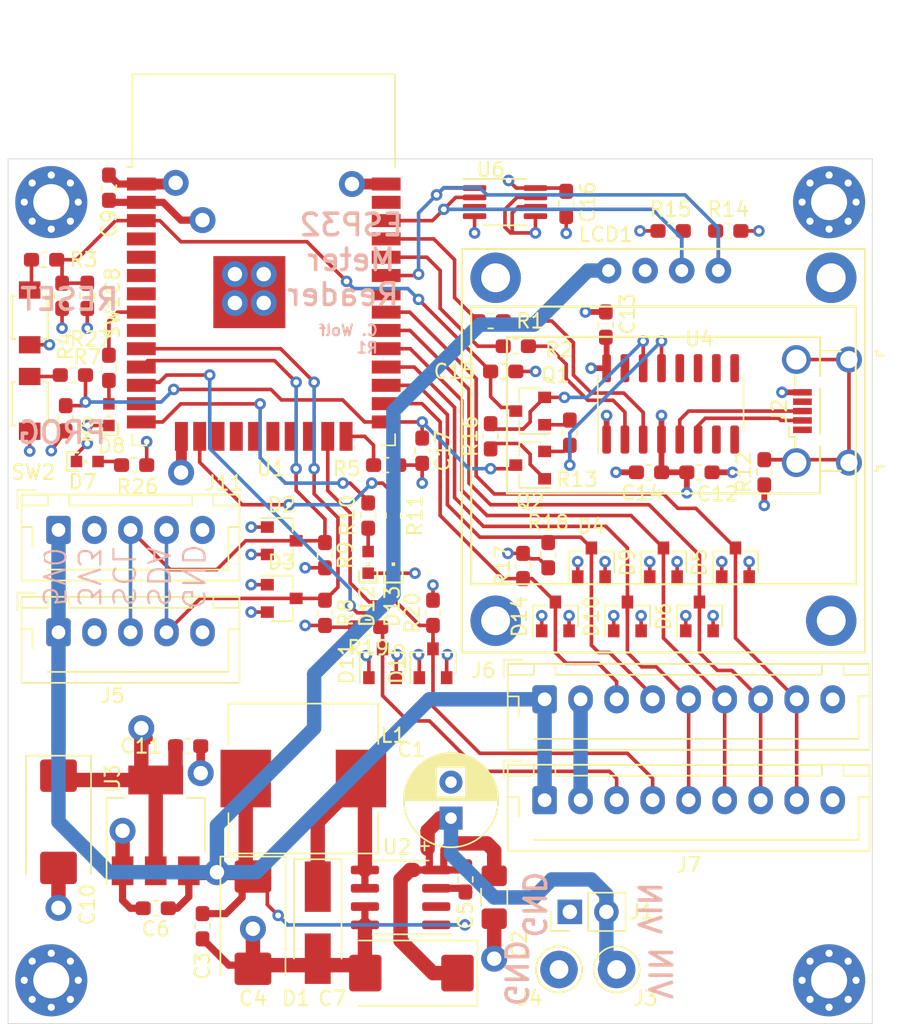
<source format=kicad_pcb>
(kicad_pcb (version 20171130) (host pcbnew "(5.1.6)-1")
  (layers (0 F.Cu signal) (1 In1.Cu signal) (2 In2.Cu signal) (31 B.Cu signal) (34 B.Paste user hide) (35 F.Paste user hide) (36 B.SilkS user) (37 F.SilkS user) (38 B.Mask user hide) (39 F.Mask user hide) (44 Edge.Cuts user))
  (net 0 "")
  (net 1 GND)
  (net 2 VCC)
  (net 3 +5V)
  (net 4 "Net-(C5-Pad2)")
  (net 5 /RESET)
  (net 6 +3V3)
  (net 7 "Net-(D1-Pad1)")
  (net 8 /TXD)
  (net 9 /RXD)
  (net 10 "Net-(J2-Pad2)")
  (net 11 "Net-(R1-Pad2)")
  (net 12 "Net-(R2-Pad2)")
  (net 13 "Net-(R3-Pad1)")
  (net 14 "Net-(R5-Pad2)")
  (net 15 /PROG)
  (net 16 "Net-(R7-Pad1)")
  (net 17 "Net-(U1-Pad32)")
  (net 18 "Net-(U1-Pad22)")
  (net 19 "Net-(U1-Pad21)")
  (net 20 "Net-(U1-Pad20)")
  (net 21 "Net-(U1-Pad19)")
  (net 22 "Net-(U1-Pad18)")
  (net 23 "Net-(U1-Pad17)")
  (net 24 "Net-(U1-Pad13)")
  (net 25 "Net-(U1-Pad9)")
  (net 26 "Net-(U1-Pad7)")
  (net 27 "Net-(U1-Pad6)")
  (net 28 "Net-(U1-Pad5)")
  (net 29 "Net-(U1-Pad4)")
  (net 30 "Net-(U2-Pad2)")
  (net 31 "Net-(J2-Pad3)")
  (net 32 "Net-(R10-Pad2)")
  (net 33 "Net-(R11-Pad2)")
  (net 34 "Net-(D4-Pad3)")
  (net 35 "Net-(D5-Pad3)")
  (net 36 "Net-(D6-Pad3)")
  (net 37 "Net-(D7-Pad2)")
  (net 38 "Net-(D8-Pad2)")
  (net 39 "Net-(R27-Pad2)")
  (net 40 "Net-(U6-Pad3)")
  (net 41 "Net-(U1-Pad37)")
  (net 42 /SDA_EXT)
  (net 43 /SCL_EXT)
  (net 44 /SCL_LOC)
  (net 45 /SDA_LOC)
  (net 46 "Net-(D9-Pad3)")
  (net 47 "Net-(D10-Pad3)")
  (net 48 "Net-(D11-Pad3)")
  (net 49 "Net-(D12-Pad2)")
  (net 50 "Net-(D13-Pad2)")
  (net 51 "Net-(D14-Pad3)")
  (net 52 "Net-(D15-Pad3)")
  (net 53 "Net-(J2-Pad1)")
  (net 54 "Net-(J2-Pad4)")
  (net 55 "Net-(J2-Pad6)")
  (net 56 "Net-(Q1-Pad1)")
  (net 57 "Net-(Q2-Pad1)")
  (net 58 "Net-(U4-Pad15)")
  (net 59 "Net-(U4-Pad12)")
  (net 60 "Net-(U4-Pad11)")
  (net 61 "Net-(U4-Pad10)")
  (net 62 "Net-(U4-Pad9)")
  (net 63 "Net-(U4-Pad8)")
  (net 64 "Net-(U4-Pad7)")
  (net 65 /USB/RTS)
  (net 66 /USB/DTR)
  (module Resistor_SMD:R_0603_1608Metric_Pad1.05x0.95mm_HandSolder (layer F.Cu) (at 29.5 31.5 90)
    (fp_text reference R20 (at 0 -1.43 90) (layer F.SilkS))
    (fp_text value 4.7K)
    (pad 2 smd roundrect (at 0.875 0 90) (size 1.05 0.95) (layers F.Cu F.Paste F.Mask) (net 6 +3V3))
    (pad 1 smd roundrect (at -0.875 0 90) (size 1.05 0.95) (layers F.Cu F.Paste F.Mask) (net 52 "Net-(D15-Pad3)"))
  )
  (module Resistor_SMD:R_0603_1608Metric_Pad1.05x0.95mm_HandSolder (layer F.Cu) (at 25 32.5 180)
    (fp_text reference R19 (at 0 -1.43) (layer F.SilkS))
    (fp_text value 4.7K)
    (pad 2 smd roundrect (at 0.875 0 180) (size 1.05 0.95) (layers F.Cu F.Paste F.Mask) (net 6 +3V3))
    (pad 1 smd roundrect (at -0.875 0 180) (size 1.05 0.95) (layers F.Cu F.Paste F.Mask) (net 48 "Net-(D11-Pad3)"))
  )
  (module Resistor_SMD:R_0603_1608Metric_Pad1.05x0.95mm_HandSolder (layer F.Cu) (at 37.5 27.5 270)
    (fp_text reference R18 (at -2.25 0 180) (layer F.SilkS))
    (fp_text value 4.7K)
    (pad 2 smd roundrect (at 0.875 0 270) (size 1.05 0.95) (layers F.Cu F.Paste F.Mask) (net 6 +3V3))
    (pad 1 smd roundrect (at -0.875 0 270) (size 1.05 0.95) (layers F.Cu F.Paste F.Mask) (net 34 "Net-(D4-Pad3)"))
  )
  (module Resistor_SMD:R_0603_1608Metric_Pad1.05x0.95mm_HandSolder (layer F.Cu) (at 35.75 28.25 90)
    (fp_text reference R17 (at 0 -1.43 90) (layer F.SilkS))
    (fp_text value 4.7K)
    (pad 2 smd roundrect (at 0.875 0 90) (size 1.05 0.95) (layers F.Cu F.Paste F.Mask) (net 6 +3V3))
    (pad 1 smd roundrect (at -0.875 0 90) (size 1.05 0.95) (layers F.Cu F.Paste F.Mask) (net 51 "Net-(D14-Pad3)"))
  )
  (module Capacitor_SMD:C_0603_1608Metric_Pad1.05x0.95mm_HandSolder (layer F.Cu) (at 28.75 20.25 270)
    (fp_text reference C17 (at 0 -1.43 90) (layer F.SilkS))
    (fp_text value DNP)
    (pad 2 smd roundrect (at 0.875 0 270) (size 1.05 0.95) (layers F.Cu F.Paste F.Mask) (net 1 GND))
    (pad 1 smd roundrect (at -0.875 0 270) (size 1.05 0.95) (layers F.Cu F.Paste F.Mask) (net 15 /PROG))
  )
  (module Capacitor_SMD:C_0603_1608Metric_Pad1.05x0.95mm_HandSolder (layer F.Cu) (at 34.375 14.75)
    (fp_text reference C15 (at -3.375 0) (layer F.SilkS))
    (fp_text value DNP)
    (pad 2 smd roundrect (at 0.875 0) (size 1.05 0.95) (layers F.Cu F.Paste F.Mask) (net 1 GND))
    (pad 1 smd roundrect (at -0.875 0) (size 1.05 0.95) (layers F.Cu F.Paste F.Mask) (net 5 /RESET))
  )
  (module Package_TO_SOT_SMD:SOT-23 (layer F.Cu) (at 36.25 21.25 180)
    (fp_text reference Q2 (at 0 -2.5) (layer F.SilkS))
    (fp_text value BC817)
    (pad 3 smd rect (at 1 0 180) (size 0.9 0.8) (layers F.Cu F.Paste F.Mask) (net 15 /PROG))
    (pad 2 smd rect (at -1 0.95 180) (size 0.9 0.8) (layers F.Cu F.Paste F.Mask) (net 66 /USB/DTR))
    (pad 1 smd rect (at -1 -0.95 180) (size 0.9 0.8) (layers F.Cu F.Paste F.Mask) (net 57 "Net-(Q2-Pad1)"))
  )
  (module Package_TO_SOT_SMD:SOT-23 (layer F.Cu) (at 36.25 17.5 180)
    (fp_text reference Q1 (at -1.75 2.5) (layer F.SilkS))
    (fp_text value BC817)
    (pad 3 smd rect (at 1 0 180) (size 0.9 0.8) (layers F.Cu F.Paste F.Mask) (net 5 /RESET))
    (pad 2 smd rect (at -1 0.95 180) (size 0.9 0.8) (layers F.Cu F.Paste F.Mask) (net 65 /USB/RTS))
    (pad 1 smd rect (at -1 -0.95 180) (size 0.9 0.8) (layers F.Cu F.Paste F.Mask) (net 56 "Net-(Q1-Pad1)"))
  )
  (module custom:12864-DISP-I2C (layer F.Cu) (at 45.5 7.75)
    (fp_text reference LCD1 (at -4 -2.5) (layer F.SilkS))
    (fp_text value 0.96"-SSD1306-DISP-I2C)
    (pad 1 thru_hole circle (at -3.81 0) (size 1.778 1.778) (drill 0.889) (layers *.Cu *.Mask) (net 3 +5V))
    (pad 2 thru_hole circle (at -1.27 0) (size 1.778 1.778) (drill 0.889) (layers *.Cu *.Mask) (net 1 GND))
    (pad 3 thru_hole circle (at 1.27 0) (size 1.778 1.778) (drill 0.889) (layers *.Cu *.Mask) (net 44 /SCL_LOC))
    (pad 4 thru_hole circle (at 3.81 0) (size 1.778 1.778) (drill 0.889) (layers *.Cu *.Mask) (net 45 /SDA_LOC))
    (pad 8 thru_hole circle (at 11.65 0.5) (size 3.5 3.5) (drill 2) (layers *.Cu *.Mask))
    (pad 8 thru_hole circle (at -11.65 0.5) (size 3.5 3.5) (drill 2) (layers *.Cu *.Mask))
    (pad 8 thru_hole circle (at -11.65 24.3) (size 3.5 3.5) (drill 2) (layers *.Cu *.Mask))
    (pad 8 thru_hole circle (at 11.65 24.3 90) (size 3.5 3.5) (drill 2) (layers *.Cu *.Mask))
  )
  (module Package_SO:SOIC-16_3.9x9.9mm_P1.27mm (layer F.Cu) (at 46 17 90)
    (fp_text reference U4 (at 4.5 2 180) (layer F.SilkS))
    (fp_text value CH340C)
    (pad 16 smd roundrect (at 2.475 -4.445 90) (size 1.95 0.6) (layers F.Cu F.Paste F.Mask) (net 6 +3V3))
    (pad 15 smd roundrect (at 2.475 -3.175 90) (size 1.95 0.6) (layers F.Cu F.Paste F.Mask) (net 58 "Net-(U4-Pad15)"))
    (pad 14 smd roundrect (at 2.475 -1.905 90) (size 1.95 0.6) (layers F.Cu F.Paste F.Mask) (net 65 /USB/RTS))
    (pad 13 smd roundrect (at 2.475 -0.635 90) (size 1.95 0.6) (layers F.Cu F.Paste F.Mask) (net 66 /USB/DTR))
    (pad 12 smd roundrect (at 2.475 0.635 90) (size 1.95 0.6) (layers F.Cu F.Paste F.Mask) (net 59 "Net-(U4-Pad12)"))
    (pad 11 smd roundrect (at 2.475 1.905 90) (size 1.95 0.6) (layers F.Cu F.Paste F.Mask) (net 60 "Net-(U4-Pad11)"))
    (pad 10 smd roundrect (at 2.475 3.175 90) (size 1.95 0.6) (layers F.Cu F.Paste F.Mask) (net 61 "Net-(U4-Pad10)"))
    (pad 9 smd roundrect (at 2.475 4.445 90) (size 1.95 0.6) (layers F.Cu F.Paste F.Mask) (net 62 "Net-(U4-Pad9)"))
    (pad 8 smd roundrect (at -2.475 4.445 90) (size 1.95 0.6) (layers F.Cu F.Paste F.Mask) (net 63 "Net-(U4-Pad8)"))
    (pad 7 smd roundrect (at -2.475 3.175 90) (size 1.95 0.6) (layers F.Cu F.Paste F.Mask) (net 64 "Net-(U4-Pad7)"))
    (pad 6 smd roundrect (at -2.475 1.905 90) (size 1.95 0.6) (layers F.Cu F.Paste F.Mask) (net 10 "Net-(J2-Pad2)"))
    (pad 5 smd roundrect (at -2.475 0.635 90) (size 1.95 0.6) (layers F.Cu F.Paste F.Mask) (net 31 "Net-(J2-Pad3)"))
    (pad 4 smd roundrect (at -2.475 -0.635 90) (size 1.95 0.6) (layers F.Cu F.Paste F.Mask) (net 6 +3V3))
    (pad 3 smd roundrect (at -2.475 -1.905 90) (size 1.95 0.6) (layers F.Cu F.Paste F.Mask) (net 8 /TXD))
    (pad 2 smd roundrect (at -2.475 -3.175 90) (size 1.95 0.6) (layers F.Cu F.Paste F.Mask) (net 9 /RXD))
    (pad 1 smd roundrect (at -2.475 -4.445 90) (size 1.95 0.6) (layers F.Cu F.Paste F.Mask) (net 1 GND))
  )
  (module Resistor_SMD:R_0603_1608Metric_Pad1.05x0.95mm_HandSolder (layer F.Cu) (at 33.5 19.25 90)
    (fp_text reference R16 (at 0 -1.43 90) (layer F.SilkS))
    (fp_text value 10K)
    (pad 2 smd roundrect (at 0.875 0 90) (size 1.05 0.95) (layers F.Cu F.Paste F.Mask) (net 65 /USB/RTS))
    (pad 1 smd roundrect (at -0.875 0 90) (size 1.05 0.95) (layers F.Cu F.Paste F.Mask) (net 57 "Net-(Q2-Pad1)"))
  )
  (module Resistor_SMD:R_0603_1608Metric_Pad1.05x0.95mm_HandSolder (layer F.Cu) (at 39 19 270)
    (fp_text reference R13 (at 3.25 -0.5 180) (layer F.SilkS))
    (fp_text value 10K)
    (pad 2 smd roundrect (at 0.875 0 270) (size 1.05 0.95) (layers F.Cu F.Paste F.Mask) (net 66 /USB/DTR))
    (pad 1 smd roundrect (at -0.875 0 270) (size 1.05 0.95) (layers F.Cu F.Paste F.Mask) (net 56 "Net-(Q1-Pad1)"))
  )
  (module Resistor_SMD:R_0603_1608Metric_Pad1.05x0.95mm_HandSolder (layer F.Cu) (at 52.5 21.75 90)
    (fp_text reference R12 (at 0 -1.43 90) (layer F.SilkS))
    (fp_text value 100R)
    (pad 2 smd roundrect (at 0.875 0 90) (size 1.05 0.95) (layers F.Cu F.Paste F.Mask) (net 55 "Net-(J2-Pad6)"))
    (pad 1 smd roundrect (at -0.875 0 90) (size 1.05 0.95) (layers F.Cu F.Paste F.Mask) (net 1 GND))
  )
  (module custom:USB_Micro-B_XKB_U254-051N-4BH806 (layer F.Cu) (at 56.25 17.5 90)
    (fp_text reference J2 (at 0 -2.7 90) (layer F.SilkS))
    (fp_text value USB_B_Micro)
    (pad 1 smd rect (at -1.3 -1.1 90) (size 0.45 1.3) (layers F.Cu F.Paste F.Mask) (net 53 "Net-(J2-Pad1)"))
    (pad 2 smd rect (at -0.65 -1.1 90) (size 0.45 1.3) (layers F.Cu F.Paste F.Mask) (net 10 "Net-(J2-Pad2)"))
    (pad 3 smd rect (at 0 -1.1 90) (size 0.45 1.3) (layers F.Cu F.Paste F.Mask) (net 31 "Net-(J2-Pad3)"))
    (pad 4 smd rect (at 0.65 -1.1 90) (size 0.45 1.3) (layers F.Cu F.Paste F.Mask) (net 54 "Net-(J2-Pad4)"))
    (pad 5 smd rect (at 1.3 -1.1 90) (size 0.45 1.3) (layers F.Cu F.Paste F.Mask) (net 1 GND))
    (pad 6 thru_hole circle (at -3.575 -1.52 90) (size 2 2) (drill 1.4) (layers *.Cu *.Mask) (net 55 "Net-(J2-Pad6)"))
    (pad 6 thru_hole circle (at 3.575 -1.52 90) (size 2 2) (drill 1.4) (layers *.Cu *.Mask) (net 55 "Net-(J2-Pad6)"))
    (pad 6 thru_hole circle (at -3.575 2.13 90) (size 1.8 1.8) (drill 1.2) (layers *.Cu *.Mask) (net 55 "Net-(J2-Pad6)"))
    (pad 6 thru_hole circle (at 3.575 2.13 90) (size 1.8 1.8) (drill 1.2) (layers *.Cu *.Mask) (net 55 "Net-(J2-Pad6)"))
    (pad "" np_thru_hole circle (at -2 0 90) (size 0.8 0.8) (drill 0.8) (layers *.Cu *.Mask))
    (pad "" np_thru_hole circle (at 2 0 90) (size 0.8 0.8) (drill 0.8) (layers *.Cu *.Mask))
  )
  (module Capacitor_SMD:C_0603_1608Metric_Pad1.05x0.95mm_HandSolder (layer F.Cu) (at 44.5 21.75 180)
    (fp_text reference C14 (at 0.5 -1.43) (layer F.SilkS))
    (fp_text value "10 uF")
    (pad 2 smd roundrect (at 0.875 0 180) (size 1.05 0.95) (layers F.Cu F.Paste F.Mask) (net 1 GND))
    (pad 1 smd roundrect (at -0.875 0 180) (size 1.05 0.95) (layers F.Cu F.Paste F.Mask) (net 6 +3V3))
  )
  (module Capacitor_SMD:C_0603_1608Metric_Pad1.05x0.95mm_HandSolder (layer F.Cu) (at 41.5 11.5 90)
    (fp_text reference C13 (at 0.75 1.5 90) (layer F.SilkS))
    (fp_text value "0.1 uF")
    (pad 2 smd roundrect (at 0.875 0 90) (size 1.05 0.95) (layers F.Cu F.Paste F.Mask) (net 1 GND))
    (pad 1 smd roundrect (at -0.875 0 90) (size 1.05 0.95) (layers F.Cu F.Paste F.Mask) (net 6 +3V3))
  )
  (module Capacitor_SMD:C_0603_1608Metric_Pad1.05x0.95mm_HandSolder (layer F.Cu) (at 48 21.75)
    (fp_text reference C12 (at 1.25 1.5) (layer F.SilkS))
    (fp_text value "0.1 uF")
    (pad 2 smd roundrect (at 0.875 0) (size 1.05 0.95) (layers F.Cu F.Paste F.Mask) (net 1 GND))
    (pad 1 smd roundrect (at -0.875 0) (size 1.05 0.95) (layers F.Cu F.Paste F.Mask) (net 6 +3V3))
  )
  (module Package_TO_SOT_SMD:SOT-23 (layer F.Cu) (at 29.5 35 90)
    (fp_text reference D15 (at 0 -2.5 90) (layer F.SilkS))
    (fp_text value BAT54S)
    (pad 3 smd rect (at 1 0 90) (size 0.9 0.8) (layers F.Cu F.Paste F.Mask) (net 52 "Net-(D15-Pad3)"))
    (pad 2 smd rect (at -1 0.95 90) (size 0.9 0.8) (layers F.Cu F.Paste F.Mask) (net 6 +3V3))
    (pad 1 smd rect (at -1 -0.95 90) (size 0.9 0.8) (layers F.Cu F.Paste F.Mask) (net 1 GND))
  )
  (module Package_TO_SOT_SMD:SOT-23 (layer F.Cu) (at 38 31.75 90)
    (fp_text reference D14 (at 0 -2.5 90) (layer F.SilkS))
    (fp_text value BAT54S)
    (pad 3 smd rect (at 1 0 90) (size 0.9 0.8) (layers F.Cu F.Paste F.Mask) (net 51 "Net-(D14-Pad3)"))
    (pad 2 smd rect (at -1 0.95 90) (size 0.9 0.8) (layers F.Cu F.Paste F.Mask) (net 6 +3V3))
    (pad 1 smd rect (at -1 -0.95 90) (size 0.9 0.8) (layers F.Cu F.Paste F.Mask) (net 1 GND))
  )
  (module Connector_JST:JST_XH_B9B-XH-AM_1x09_P2.50mm_Vertical (layer F.Cu) (at 37.25 37.5)
    (fp_text reference J6 (at -4.25 -2) (layer F.SilkS))
    (fp_text value Conn_01x09)
    (pad "" np_thru_hole circle (at -1.6 2) (size 1.2 1.2) (drill 1.2) (layers *.Cu *.Mask))
    (pad 9 thru_hole oval (at 20 0) (size 1.7 1.95) (drill 0.95) (layers *.Cu *.Mask) (net 1 GND))
    (pad 8 thru_hole oval (at 17.5 0) (size 1.7 1.95) (drill 0.95) (layers *.Cu *.Mask) (net 35 "Net-(D5-Pad3)"))
    (pad 7 thru_hole oval (at 15 0) (size 1.7 1.95) (drill 0.95) (layers *.Cu *.Mask) (net 36 "Net-(D6-Pad3)"))
    (pad 6 thru_hole oval (at 12.5 0) (size 1.7 1.95) (drill 0.95) (layers *.Cu *.Mask) (net 46 "Net-(D9-Pad3)"))
    (pad 5 thru_hole oval (at 10 0) (size 1.7 1.95) (drill 0.95) (layers *.Cu *.Mask) (net 47 "Net-(D10-Pad3)"))
    (pad 4 thru_hole oval (at 7.5 0) (size 1.7 1.95) (drill 0.95) (layers *.Cu *.Mask) (net 34 "Net-(D4-Pad3)"))
    (pad 3 thru_hole oval (at 5 0) (size 1.7 1.95) (drill 0.95) (layers *.Cu *.Mask) (net 51 "Net-(D14-Pad3)"))
    (pad 2 thru_hole oval (at 2.5 0) (size 1.7 1.95) (drill 0.95) (layers *.Cu *.Mask) (net 6 +3V3))
    (pad 1 thru_hole roundrect (at 0 0) (size 1.7 1.95) (drill 0.95) (layers *.Cu *.Mask) (roundrect_rratio 0.147059) (net 3 +5V))
  )
  (module Connector_JST:JST_XH_B9B-XH-AM_1x09_P2.50mm_Vertical (layer F.Cu) (at 37.25 44.5)
    (fp_text reference J7 (at 10 4.5) (layer F.SilkS))
    (fp_text value Conn_01x09)
    (pad "" np_thru_hole circle (at -1.6 2) (size 1.2 1.2) (drill 1.2) (layers *.Cu *.Mask))
    (pad 9 thru_hole oval (at 20 0) (size 1.7 1.95) (drill 0.95) (layers *.Cu *.Mask) (net 1 GND))
    (pad 8 thru_hole oval (at 17.5 0) (size 1.7 1.95) (drill 0.95) (layers *.Cu *.Mask) (net 35 "Net-(D5-Pad3)"))
    (pad 7 thru_hole oval (at 15 0) (size 1.7 1.95) (drill 0.95) (layers *.Cu *.Mask) (net 36 "Net-(D6-Pad3)"))
    (pad 6 thru_hole oval (at 12.5 0) (size 1.7 1.95) (drill 0.95) (layers *.Cu *.Mask) (net 46 "Net-(D9-Pad3)"))
    (pad 5 thru_hole oval (at 10 0) (size 1.7 1.95) (drill 0.95) (layers *.Cu *.Mask) (net 47 "Net-(D10-Pad3)"))
    (pad 4 thru_hole oval (at 7.5 0) (size 1.7 1.95) (drill 0.95) (layers *.Cu *.Mask) (net 52 "Net-(D15-Pad3)"))
    (pad 3 thru_hole oval (at 5 0) (size 1.7 1.95) (drill 0.95) (layers *.Cu *.Mask) (net 48 "Net-(D11-Pad3)"))
    (pad 2 thru_hole oval (at 2.5 0) (size 1.7 1.95) (drill 0.95) (layers *.Cu *.Mask) (net 6 +3V3))
    (pad 1 thru_hole roundrect (at 0 0) (size 1.7 1.95) (drill 0.95) (layers *.Cu *.Mask) (roundrect_rratio 0.147059) (net 3 +5V))
  )
  (module Connector_JST:JST_XH_B5B-XH-AM_1x05_P2.50mm_Vertical (layer F.Cu) (at 3.5 32.85)
    (fp_text reference J5 (at 3.75 4.4) (layer F.SilkS))
    (fp_text value Conn_01x05)
    (pad "" np_thru_hole circle (at -1.6 2) (size 1.2 1.2) (drill 1.2) (layers *.Cu *.Mask))
    (pad 5 thru_hole oval (at 10 0) (size 1.7 1.95) (drill 0.95) (layers *.Cu *.Mask) (net 1 GND))
    (pad 4 thru_hole oval (at 7.5 0) (size 1.7 1.95) (drill 0.95) (layers *.Cu *.Mask) (net 42 /SDA_EXT))
    (pad 3 thru_hole oval (at 5 0) (size 1.7 1.95) (drill 0.95) (layers *.Cu *.Mask) (net 43 /SCL_EXT))
    (pad 2 thru_hole oval (at 2.5 0) (size 1.7 1.95) (drill 0.95) (layers *.Cu *.Mask) (net 6 +3V3))
    (pad 1 thru_hole roundrect (at 0 0) (size 1.7 1.95) (drill 0.95) (layers *.Cu *.Mask) (roundrect_rratio 0.147059) (net 3 +5V))
  )
  (module Connector_PinHeader_2.54mm:PinHeader_1x02_P2.54mm_Vertical (layer F.Cu) (at 39 52.25 90)
    (fp_text reference J1 (at 0 5 180) (layer F.SilkS))
    (fp_text value Conn_01x02)
    (pad 2 thru_hole oval (at 0 2.54 90) (size 1.7 1.7) (drill 1) (layers *.Cu *.Mask) (net 2 VCC))
    (pad 1 thru_hole rect (at 0 0 90) (size 1.7 1.7) (drill 1) (layers *.Cu *.Mask) (net 1 GND))
  )
  (module Inductor_SMD:L_Wuerth_HCI-1040 (layer F.Cu) (at 20.5 43 180)
    (fp_text reference L1 (at -6.25 3 180) (layer F.SilkS))
    (fp_text value 47uH/3A)
    (pad 2 smd rect (at 4 0 180) (size 3.5 4) (layers F.Cu F.Paste F.Mask) (net 3 +5V))
    (pad 1 smd rect (at -4 0 180) (size 3.5 4) (layers F.Cu F.Paste F.Mask) (net 7 "Net-(D1-Pad1)"))
  )
  (module RF_Module:ESP32-WROOM-32 (layer F.Cu) (at 17.75 10)
    (fp_text reference U1 (at 0.5 11.5 180) (layer F.SilkS))
    (fp_text value ESP32-WROOM-32D)
    (pad 38 smd rect (at 8.5 -8.255) (size 2 0.9) (layers F.Cu F.Paste F.Mask) (net 1 GND))
    (pad 37 smd rect (at 8.5 -6.985) (size 2 0.9) (layers F.Cu F.Paste F.Mask) (net 41 "Net-(U1-Pad37)"))
    (pad 36 smd rect (at 8.5 -5.715) (size 2 0.9) (layers F.Cu F.Paste F.Mask) (net 44 /SCL_LOC))
    (pad 35 smd rect (at 8.5 -4.445) (size 2 0.9) (layers F.Cu F.Paste F.Mask) (net 11 "Net-(R1-Pad2)"))
    (pad 34 smd rect (at 8.5 -3.175) (size 2 0.9) (layers F.Cu F.Paste F.Mask) (net 12 "Net-(R2-Pad2)"))
    (pad 33 smd rect (at 8.5 -1.905) (size 2 0.9) (layers F.Cu F.Paste F.Mask) (net 45 /SDA_LOC))
    (pad 32 smd rect (at 8.5 -0.635) (size 2 0.9) (layers F.Cu F.Paste F.Mask) (net 17 "Net-(U1-Pad32)"))
    (pad 31 smd rect (at 8.5 0.635) (size 2 0.9) (layers F.Cu F.Paste F.Mask) (net 35 "Net-(D5-Pad3)"))
    (pad 30 smd rect (at 8.5 1.905) (size 2 0.9) (layers F.Cu F.Paste F.Mask) (net 36 "Net-(D6-Pad3)"))
    (pad 29 smd rect (at 8.5 3.175) (size 2 0.9) (layers F.Cu F.Paste F.Mask) (net 46 "Net-(D9-Pad3)"))
    (pad 28 smd rect (at 8.5 4.445) (size 2 0.9) (layers F.Cu F.Paste F.Mask) (net 47 "Net-(D10-Pad3)"))
    (pad 27 smd rect (at 8.5 5.715) (size 2 0.9) (layers F.Cu F.Paste F.Mask) (net 34 "Net-(D4-Pad3)"))
    (pad 26 smd rect (at 8.5 6.985) (size 2 0.9) (layers F.Cu F.Paste F.Mask) (net 51 "Net-(D14-Pad3)"))
    (pad 25 smd rect (at 8.5 8.255) (size 2 0.9) (layers F.Cu F.Paste F.Mask) (net 15 /PROG))
    (pad 24 smd rect (at 5.715 9.255 90) (size 2 0.9) (layers F.Cu F.Paste F.Mask) (net 14 "Net-(R5-Pad2)"))
    (pad 23 smd rect (at 4.445 9.255 90) (size 2 0.9) (layers F.Cu F.Paste F.Mask) (net 52 "Net-(D15-Pad3)"))
    (pad 22 smd rect (at 3.175 9.255 90) (size 2 0.9) (layers F.Cu F.Paste F.Mask) (net 18 "Net-(U1-Pad22)"))
    (pad 21 smd rect (at 1.905 9.255 90) (size 2 0.9) (layers F.Cu F.Paste F.Mask) (net 19 "Net-(U1-Pad21)"))
    (pad 20 smd rect (at 0.635 9.255 90) (size 2 0.9) (layers F.Cu F.Paste F.Mask) (net 20 "Net-(U1-Pad20)"))
    (pad 19 smd rect (at -0.635 9.255 90) (size 2 0.9) (layers F.Cu F.Paste F.Mask) (net 21 "Net-(U1-Pad19)"))
    (pad 18 smd rect (at -1.905 9.255 90) (size 2 0.9) (layers F.Cu F.Paste F.Mask) (net 22 "Net-(U1-Pad18)"))
    (pad 17 smd rect (at -3.175 9.255 90) (size 2 0.9) (layers F.Cu F.Paste F.Mask) (net 23 "Net-(U1-Pad17)"))
    (pad 16 smd rect (at -4.445 9.255 90) (size 2 0.9) (layers F.Cu F.Paste F.Mask) (net 33 "Net-(R11-Pad2)"))
    (pad 15 smd rect (at -5.715 9.255 90) (size 2 0.9) (layers F.Cu F.Paste F.Mask) (net 1 GND))
    (pad 14 smd rect (at -8.5 8.255) (size 2 0.9) (layers F.Cu F.Paste F.Mask) (net 32 "Net-(R10-Pad2)"))
    (pad 13 smd rect (at -8.5 6.985) (size 2 0.9) (layers F.Cu F.Paste F.Mask) (net 24 "Net-(U1-Pad13)"))
    (pad 12 smd rect (at -8.5 5.715) (size 2 0.9) (layers F.Cu F.Paste F.Mask) (net 48 "Net-(D11-Pad3)"))
    (pad 11 smd rect (at -8.5 4.445) (size 2 0.9) (layers F.Cu F.Paste F.Mask) (net 43 /SCL_EXT))
    (pad 10 smd rect (at -8.5 3.175) (size 2 0.9) (layers F.Cu F.Paste F.Mask) (net 42 /SDA_EXT))
    (pad 9 smd rect (at -8.5 1.905) (size 2 0.9) (layers F.Cu F.Paste F.Mask) (net 25 "Net-(U1-Pad9)"))
    (pad 8 smd rect (at -8.5 0.635) (size 2 0.9) (layers F.Cu F.Paste F.Mask) (net 39 "Net-(R27-Pad2)"))
    (pad 7 smd rect (at -8.5 -0.635) (size 2 0.9) (layers F.Cu F.Paste F.Mask) (net 26 "Net-(U1-Pad7)"))
    (pad 6 smd rect (at -8.5 -1.905) (size 2 0.9) (layers F.Cu F.Paste F.Mask) (net 27 "Net-(U1-Pad6)"))
    (pad 5 smd rect (at -8.5 -3.175) (size 2 0.9) (layers F.Cu F.Paste F.Mask) (net 28 "Net-(U1-Pad5)"))
    (pad 4 smd rect (at -8.5 -4.445) (size 2 0.9) (layers F.Cu F.Paste F.Mask) (net 29 "Net-(U1-Pad4)"))
    (pad 3 smd rect (at -8.5 -5.715) (size 2 0.9) (layers F.Cu F.Paste F.Mask) (net 5 /RESET))
    (pad 2 smd rect (at -8.5 -6.985) (size 2 0.9) (layers F.Cu F.Paste F.Mask) (net 6 +3V3))
    (pad 1 smd rect (at -8.5 -8.255) (size 2 0.9) (layers F.Cu F.Paste F.Mask) (net 1 GND))
    (pad 39 smd rect (at -1 -0.755) (size 5 5) (layers F.Cu F.Paste F.Mask) (net 1 GND))
  )
  (module Diode_SMD:D_SMA_Handsoldering (layer F.Cu) (at 21.5 53 270)
    (fp_text reference D1 (at 5.25 1.5) (layer F.SilkS))
    (fp_text value SS36)
    (pad 2 smd rect (at 2.5 0 270) (size 3.5 1.8) (layers F.Cu F.Paste F.Mask) (net 1 GND))
    (pad 1 smd rect (at -2.5 0 270) (size 3.5 1.8) (layers F.Cu F.Paste F.Mask) (net 7 "Net-(D1-Pad1)"))
  )
  (module Connector_Pin:Pin_D1.3mm_L11.0mm (layer F.Cu) (at 38.25 56.25)
    (fp_text reference J4 (at -2 2) (layer F.SilkS))
    (fp_text value Conn_01x01)
    (pad 1 thru_hole circle (at 0 0) (size 2.6 2.6) (drill 1.3) (layers *.Cu *.Mask) (net 1 GND))
  )
  (module Resistor_SMD:R_0603_1608Metric_Pad1.05x0.95mm_HandSolder (layer F.Cu) (at 2.5 7)
    (fp_text reference R3 (at 2.75 0) (layer F.SilkS))
    (fp_text value 470R)
    (pad 2 smd roundrect (at 0.875 0) (size 1.05 0.95) (layers F.Cu F.Paste F.Mask) (net 5 /RESET))
    (pad 1 smd roundrect (at -0.875 0) (size 1.05 0.95) (layers F.Cu F.Paste F.Mask) (net 13 "Net-(R3-Pad1)"))
  )
  (module Resistor_SMD:R_0603_1608Metric_Pad1.05x0.95mm_HandSolder (layer F.Cu) (at 4.5 15)
    (fp_text reference R7 (at 1 -1.25) (layer F.SilkS))
    (fp_text value 470R)
    (pad 2 smd roundrect (at 0.875 0) (size 1.05 0.95) (layers F.Cu F.Paste F.Mask) (net 15 /PROG))
    (pad 1 smd roundrect (at -0.875 0) (size 1.05 0.95) (layers F.Cu F.Paste F.Mask) (net 16 "Net-(R7-Pad1)"))
  )
  (module Capacitor_SMD:C_0603_1608Metric_Pad1.05x0.95mm_HandSolder (layer F.Cu) (at 31.75 50 270)
    (fp_text reference C5 (at 2.5 0 90) (layer F.SilkS))
    (fp_text value "1 uF")
    (pad 2 smd roundrect (at 0.875 0 270) (size 1.05 0.95) (layers F.Cu F.Paste F.Mask) (net 4 "Net-(C5-Pad2)"))
    (pad 1 smd roundrect (at -0.875 0 270) (size 1.05 0.95) (layers F.Cu F.Paste F.Mask) (net 2 VCC))
  )
  (module Capacitor_SMD:C_0603_1608Metric_Pad1.05x0.95mm_HandSolder (layer F.Cu) (at 10.25 52 180)
    (fp_text reference C6 (at 0 -1.43) (layer F.SilkS))
    (fp_text value "1 uF")
    (pad 2 smd roundrect (at 0.875 0 180) (size 1.05 0.95) (layers F.Cu F.Paste F.Mask) (net 1 GND))
    (pad 1 smd roundrect (at -0.875 0 180) (size 1.05 0.95) (layers F.Cu F.Paste F.Mask) (net 3 +5V))
  )
  (module Resistor_SMD:R_0603_1608Metric_Pad1.05x0.95mm_HandSolder (layer F.Cu) (at 7 14.5 90)
    (fp_text reference R27 (at 2 -1.25 180) (layer F.SilkS))
    (fp_text value 1K)
    (pad 2 smd roundrect (at 0.875 0 90) (size 1.05 0.95) (layers F.Cu F.Paste F.Mask) (net 39 "Net-(R27-Pad2)"))
    (pad 1 smd roundrect (at -0.875 0 90) (size 1.05 0.95) (layers F.Cu F.Paste F.Mask) (net 38 "Net-(D8-Pad2)"))
  )
  (module Package_TO_SOT_SMD:SOT-223-3_TabPin2 (layer F.Cu) (at 10.25 46.25 90)
    (fp_text reference U3 (at 3.25 -3 90) (layer F.SilkS))
    (fp_text value AMS1117-3.3)
    (pad 1 smd rect (at -3.15 -2.3 90) (size 2 1.5) (layers F.Cu F.Paste F.Mask) (net 1 GND))
    (pad 3 smd rect (at -3.15 2.3 90) (size 2 1.5) (layers F.Cu F.Paste F.Mask) (net 3 +5V))
    (pad 2 smd rect (at -3.15 0 90) (size 2 1.5) (layers F.Cu F.Paste F.Mask) (net 6 +3V3))
    (pad 2 smd rect (at 3.15 0 90) (size 2 3.8) (layers F.Cu F.Paste F.Mask) (net 6 +3V3))
  )
  (module Capacitor_SMD:C_0603_1608Metric_Pad1.05x0.95mm_HandSolder (layer F.Cu) (at 5.5 9.5 270)
    (fp_text reference C8 (at -1 -1.75 90) (layer F.SilkS))
    (fp_text value "0.1 uF")
    (pad 2 smd roundrect (at 0.875 0 270) (size 1.05 0.95) (layers F.Cu F.Paste F.Mask) (net 1 GND))
    (pad 1 smd roundrect (at -0.875 0 270) (size 1.05 0.95) (layers F.Cu F.Paste F.Mask) (net 5 /RESET))
  )
  (module Connector_JST:JST_XH_B5B-XH-AM_1x05_P2.50mm_Vertical (layer F.Cu) (at 3.5 25.75)
    (fp_text reference J11 (at 11.5 -3.25) (layer F.SilkS))
    (fp_text value Conn_01x05)
    (pad "" np_thru_hole circle (at -1.6 2) (size 1.2 1.2) (drill 1.2) (layers *.Cu *.Mask))
    (pad 5 thru_hole oval (at 10 0) (size 1.7 1.95) (drill 0.95) (layers *.Cu *.Mask) (net 1 GND))
    (pad 4 thru_hole oval (at 7.5 0) (size 1.7 1.95) (drill 0.95) (layers *.Cu *.Mask) (net 42 /SDA_EXT))
    (pad 3 thru_hole oval (at 5 0) (size 1.7 1.95) (drill 0.95) (layers *.Cu *.Mask) (net 43 /SCL_EXT))
    (pad 2 thru_hole oval (at 2.5 0) (size 1.7 1.95) (drill 0.95) (layers *.Cu *.Mask) (net 6 +3V3))
    (pad 1 thru_hole roundrect (at 0 0) (size 1.7 1.95) (drill 0.95) (layers *.Cu *.Mask) (roundrect_rratio 0.147059) (net 3 +5V))
  )
  (module Capacitor_SMD:C_0603_1608Metric_Pad1.05x0.95mm_HandSolder (layer F.Cu) (at 7 2 90)
    (fp_text reference C9 (at -2.5 0 90) (layer F.SilkS))
    (fp_text value "1 uF")
    (pad 2 smd roundrect (at 0.875 0 90) (size 1.05 0.95) (layers F.Cu F.Paste F.Mask) (net 1 GND))
    (pad 1 smd roundrect (at -0.875 0 90) (size 1.05 0.95) (layers F.Cu F.Paste F.Mask) (net 6 +3V3))
  )
  (module Package_SO:MSOP-8_3x3mm_P0.65mm (layer F.Cu) (at 34.5 3)
    (fp_text reference U6 (at -1 -2.25) (layer F.SilkS))
    (fp_text value LM75C)
    (pad 1 smd roundrect (at -2.1125 -0.975) (size 1.625 0.4) (layers F.Cu F.Paste F.Mask) (net 45 /SDA_LOC))
    (pad 2 smd roundrect (at -2.1125 -0.325) (size 1.625 0.4) (layers F.Cu F.Paste F.Mask) (net 44 /SCL_LOC))
    (pad 3 smd roundrect (at -2.1125 0.325) (size 1.625 0.4) (layers F.Cu F.Paste F.Mask) (net 40 "Net-(U6-Pad3)"))
    (pad 4 smd roundrect (at -2.1125 0.975) (size 1.625 0.4) (layers F.Cu F.Paste F.Mask) (net 1 GND))
    (pad 5 smd roundrect (at 2.1125 0.975) (size 1.625 0.4) (layers F.Cu F.Paste F.Mask) (net 1 GND))
    (pad 6 smd roundrect (at 2.1125 0.325) (size 1.625 0.4) (layers F.Cu F.Paste F.Mask) (net 1 GND))
    (pad 7 smd roundrect (at 2.1125 -0.325) (size 1.625 0.4) (layers F.Cu F.Paste F.Mask) (net 1 GND))
    (pad 8 smd roundrect (at 2.1125 -0.975) (size 1.625 0.4) (layers F.Cu F.Paste F.Mask) (net 6 +3V3))
  )
  (module Capacitor_Tantalum_SMD:CP_EIA-7343-20_Kemet-V_Pad2.25x2.55mm_HandSolder (layer F.Cu) (at 3.5 46 270)
    (fp_text reference C10 (at 5.75 -2 90) (layer F.SilkS))
    (fp_text value 100uF)
    (pad 2 smd roundrect (at 3.2 0 270) (size 2.25 2.55) (layers F.Cu F.Paste F.Mask) (roundrect_rratio 0.111111) (net 1 GND))
    (pad 1 smd roundrect (at -3.2 0 270) (size 2.25 2.55) (layers F.Cu F.Paste F.Mask) (roundrect_rratio 0.111111) (net 6 +3V3))
  )
  (module Capacitor_Tantalum_SMD:CP_EIA-7343-20_Kemet-V_Pad2.25x2.55mm_HandSolder (layer F.Cu) (at 28 56.5 180)
    (fp_text reference C7 (at 5.5 -1.75) (layer F.SilkS))
    (fp_text value 47uF)
    (pad 2 smd roundrect (at 3.2 0 180) (size 2.25 2.55) (layers F.Cu F.Paste F.Mask) (roundrect_rratio 0.111111) (net 1 GND))
    (pad 1 smd roundrect (at -3.2 0 180) (size 2.25 2.55) (layers F.Cu F.Paste F.Mask) (roundrect_rratio 0.111111) (net 2 VCC))
  )
  (module Resistor_SMD:R_0603_1608Metric_Pad1.05x0.95mm_HandSolder (layer F.Cu) (at 8.75 21.25)
    (fp_text reference R26 (at 0.25 1.5) (layer F.SilkS))
    (fp_text value 1K)
    (pad 2 smd roundrect (at 0.875 0) (size 1.05 0.95) (layers F.Cu F.Paste F.Mask) (net 6 +3V3))
    (pad 1 smd roundrect (at -0.875 0) (size 1.05 0.95) (layers F.Cu F.Paste F.Mask) (net 37 "Net-(D7-Pad2)"))
  )
  (module Capacitor_Tantalum_SMD:CP_EIA-7343-20_Kemet-V_Pad2.25x2.55mm_HandSolder (layer F.Cu) (at 17 53 270)
    (fp_text reference C4 (at 5.25 0 180) (layer F.SilkS))
    (fp_text value 100uF)
    (pad 2 smd roundrect (at 3.2 0 270) (size 2.25 2.55) (layers F.Cu F.Paste F.Mask) (roundrect_rratio 0.111111) (net 1 GND))
    (pad 1 smd roundrect (at -3.2 0 270) (size 2.25 2.55) (layers F.Cu F.Paste F.Mask) (roundrect_rratio 0.111111) (net 3 +5V))
  )
  (module custom:K2-1823SA-A4DW-06 (layer F.Cu) (at 1.5 17 270)
    (fp_text reference SW2 (at 4.75 -0.25 180) (layer F.SilkS))
    (fp_text value SW_Push)
    (pad 2 smd rect (at 1.9 0 270) (size 1.2 1.5) (layers F.Cu F.Paste F.Mask) (net 1 GND))
    (pad 1 smd rect (at -1.9 0 270) (size 1.2 1.5) (layers F.Cu F.Paste F.Mask) (net 16 "Net-(R7-Pad1)"))
    (pad "" np_thru_hole circle (at 0 0 270) (size 0.7 0.7) (drill 0.7) (layers *.Cu *.Mask))
  )
  (module MountingHole:MountingHole_2.5mm_Pad_Via (layer F.Cu) (at 3 57)
    (fp_text reference H2 hide)
    (fp_text value MountingHole)
    (pad 1 thru_hole circle (at 1.325825 -1.325825) (size 0.8 0.8) (drill 0.5) (layers *.Cu *.Mask))
    (pad 1 thru_hole circle (at 0 -1.875) (size 0.8 0.8) (drill 0.5) (layers *.Cu *.Mask))
    (pad 1 thru_hole circle (at -1.325825 -1.325825) (size 0.8 0.8) (drill 0.5) (layers *.Cu *.Mask))
    (pad 1 thru_hole circle (at -1.875 0) (size 0.8 0.8) (drill 0.5) (layers *.Cu *.Mask))
    (pad 1 thru_hole circle (at -1.325825 1.325825) (size 0.8 0.8) (drill 0.5) (layers *.Cu *.Mask))
    (pad 1 thru_hole circle (at 0 1.875) (size 0.8 0.8) (drill 0.5) (layers *.Cu *.Mask))
    (pad 1 thru_hole circle (at 1.325825 1.325825) (size 0.8 0.8) (drill 0.5) (layers *.Cu *.Mask))
    (pad 1 thru_hole circle (at 1.875 0) (size 0.8 0.8) (drill 0.5) (layers *.Cu *.Mask))
    (pad 1 thru_hole circle (at 0 0) (size 5 5) (drill 2.5) (layers *.Cu *.Mask))
  )
  (module Package_SO:SOIC-8_3.9x4.9mm_P1.27mm (layer F.Cu) (at 27.25 51.25 180)
    (fp_text reference U2 (at 0.25 3.5) (layer F.SilkS))
    (fp_text value XL2001)
    (pad 8 smd roundrect (at 2.475 -1.905 180) (size 1.95 0.6) (layers F.Cu F.Paste F.Mask) (net 1 GND))
    (pad 7 smd roundrect (at 2.475 -0.635 180) (size 1.95 0.6) (layers F.Cu F.Paste F.Mask) (net 1 GND))
    (pad 6 smd roundrect (at 2.475 0.635 180) (size 1.95 0.6) (layers F.Cu F.Paste F.Mask) (net 7 "Net-(D1-Pad1)"))
    (pad 5 smd roundrect (at 2.475 1.905 180) (size 1.95 0.6) (layers F.Cu F.Paste F.Mask) (net 7 "Net-(D1-Pad1)"))
    (pad 4 smd roundrect (at -2.475 1.905 180) (size 1.95 0.6) (layers F.Cu F.Paste F.Mask) (net 2 VCC))
    (pad 3 smd roundrect (at -2.475 0.635 180) (size 1.95 0.6) (layers F.Cu F.Paste F.Mask) (net 4 "Net-(C5-Pad2)"))
    (pad 2 smd roundrect (at -2.475 -0.635 180) (size 1.95 0.6) (layers F.Cu F.Paste F.Mask) (net 30 "Net-(U2-Pad2)"))
    (pad 1 smd roundrect (at -2.475 -1.905 180) (size 1.95 0.6) (layers F.Cu F.Paste F.Mask) (net 3 +5V))
  )
  (module MountingHole:MountingHole_2.5mm_Pad_Via (layer F.Cu) (at 3 3)
    (fp_text reference H1 hide)
    (fp_text value MountingHole)
    (pad 1 thru_hole circle (at 1.325825 -1.325825) (size 0.8 0.8) (drill 0.5) (layers *.Cu *.Mask))
    (pad 1 thru_hole circle (at 0 -1.875) (size 0.8 0.8) (drill 0.5) (layers *.Cu *.Mask))
    (pad 1 thru_hole circle (at -1.325825 -1.325825) (size 0.8 0.8) (drill 0.5) (layers *.Cu *.Mask))
    (pad 1 thru_hole circle (at -1.875 0) (size 0.8 0.8) (drill 0.5) (layers *.Cu *.Mask))
    (pad 1 thru_hole circle (at -1.325825 1.325825) (size 0.8 0.8) (drill 0.5) (layers *.Cu *.Mask))
    (pad 1 thru_hole circle (at 0 1.875) (size 0.8 0.8) (drill 0.5) (layers *.Cu *.Mask))
    (pad 1 thru_hole circle (at 1.325825 1.325825) (size 0.8 0.8) (drill 0.5) (layers *.Cu *.Mask))
    (pad 1 thru_hole circle (at 1.875 0) (size 0.8 0.8) (drill 0.5) (layers *.Cu *.Mask))
    (pad 1 thru_hole circle (at 0 0) (size 5 5) (drill 2.5) (layers *.Cu *.Mask))
  )
  (module Capacitor_THT:CP_Radial_D6.3mm_P2.50mm (layer F.Cu) (at 30.75 45.75 90)
    (fp_text reference C1 (at 4.75 -2.75 180) (layer F.SilkS))
    (fp_text value 47uF)
    (pad 2 thru_hole circle (at 2.5 0 90) (size 1.6 1.6) (drill 0.8) (layers *.Cu *.Mask) (net 1 GND))
    (pad 1 thru_hole rect (at 0 0 90) (size 1.6 1.6) (drill 0.8) (layers *.Cu *.Mask) (net 2 VCC))
  )
  (module custom:CHIPLED_0603 (layer F.Cu) (at 5.5 21 90)
    (fp_text reference D7 (at -2 0.75 180) (layer F.SilkS) (effects (justify right bottom)))
    (fp_text value LED hide)
    (pad 2 smd rect (at 0 0.75 90) (size 0.8 0.8) (layers F.Cu F.Paste F.Mask) (net 37 "Net-(D7-Pad2)"))
    (pad 1 smd rect (at 0 -0.75 90) (size 0.8 0.8) (layers F.Cu F.Paste F.Mask) (net 1 GND))
  )
  (module Resistor_SMD:R_0603_1608Metric_Pad1.05x0.95mm_HandSolder (layer F.Cu) (at 26.25 21.25 180)
    (fp_text reference R5 (at 2.75 -0.25) (layer F.SilkS))
    (fp_text value 4.7K)
    (pad 2 smd roundrect (at 0.875 0 180) (size 1.05 0.95) (layers F.Cu F.Paste F.Mask) (net 14 "Net-(R5-Pad2)"))
    (pad 1 smd roundrect (at -0.875 0 180) (size 1.05 0.95) (layers F.Cu F.Paste F.Mask) (net 1 GND))
  )
  (module Resistor_SMD:R_0603_1608Metric_Pad1.05x0.95mm_HandSolder (layer F.Cu) (at 35.25 13 180)
    (fp_text reference R2 (at -3 -0.25) (layer F.SilkS))
    (fp_text value 470R)
    (pad 2 smd roundrect (at 0.875 0 180) (size 1.05 0.95) (layers F.Cu F.Paste F.Mask) (net 12 "Net-(R2-Pad2)"))
    (pad 1 smd roundrect (at -0.875 0 180) (size 1.05 0.95) (layers F.Cu F.Paste F.Mask) (net 9 /RXD))
  )
  (module Resistor_SMD:R_0603_1608Metric_Pad1.05x0.95mm_HandSolder (layer F.Cu) (at 46 5 180)
    (fp_text reference R15 (at 0 1.5) (layer F.SilkS))
    (fp_text value 4.7K)
    (pad 2 smd roundrect (at 0.875 0 180) (size 1.05 0.95) (layers F.Cu F.Paste F.Mask) (net 6 +3V3))
    (pad 1 smd roundrect (at -0.875 0 180) (size 1.05 0.95) (layers F.Cu F.Paste F.Mask) (net 44 /SCL_LOC))
  )
  (module Capacitor_SMD:C_0603_1608Metric_Pad1.05x0.95mm_HandSolder (layer F.Cu) (at 38.75 3.125 270)
    (fp_text reference C16 (at -0.125 -1.5 270) (layer F.SilkS))
    (fp_text value "0.1 uF")
    (pad 1 smd roundrect (at -0.875 0 270) (size 1.05 0.95) (layers F.Cu F.Paste F.Mask) (net 6 +3V3))
    (pad 2 smd roundrect (at 0.875 0 270) (size 1.05 0.95) (layers F.Cu F.Paste F.Mask) (net 1 GND))
  )
  (module MountingHole:MountingHole_2.5mm_Pad_Via (layer F.Cu) (at 57 3)
    (fp_text reference H3 hide)
    (fp_text value MountingHole)
    (pad 1 thru_hole circle (at 1.325825 -1.325825) (size 0.8 0.8) (drill 0.5) (layers *.Cu *.Mask))
    (pad 1 thru_hole circle (at 0 -1.875) (size 0.8 0.8) (drill 0.5) (layers *.Cu *.Mask))
    (pad 1 thru_hole circle (at -1.325825 -1.325825) (size 0.8 0.8) (drill 0.5) (layers *.Cu *.Mask))
    (pad 1 thru_hole circle (at -1.875 0) (size 0.8 0.8) (drill 0.5) (layers *.Cu *.Mask))
    (pad 1 thru_hole circle (at -1.325825 1.325825) (size 0.8 0.8) (drill 0.5) (layers *.Cu *.Mask))
    (pad 1 thru_hole circle (at 0 1.875) (size 0.8 0.8) (drill 0.5) (layers *.Cu *.Mask))
    (pad 1 thru_hole circle (at 1.325825 1.325825) (size 0.8 0.8) (drill 0.5) (layers *.Cu *.Mask))
    (pad 1 thru_hole circle (at 1.875 0) (size 0.8 0.8) (drill 0.5) (layers *.Cu *.Mask))
    (pad 1 thru_hole circle (at 0 0) (size 5 5) (drill 2.5) (layers *.Cu *.Mask))
  )
  (module MountingHole:MountingHole_2.5mm_Pad_Via (layer F.Cu) (at 57 57)
    (fp_text reference H4 hide)
    (fp_text value MountingHole)
    (pad 1 thru_hole circle (at 1.325825 -1.325825) (size 0.8 0.8) (drill 0.5) (layers *.Cu *.Mask))
    (pad 1 thru_hole circle (at 0 -1.875) (size 0.8 0.8) (drill 0.5) (layers *.Cu *.Mask))
    (pad 1 thru_hole circle (at -1.325825 -1.325825) (size 0.8 0.8) (drill 0.5) (layers *.Cu *.Mask))
    (pad 1 thru_hole circle (at -1.875 0) (size 0.8 0.8) (drill 0.5) (layers *.Cu *.Mask))
    (pad 1 thru_hole circle (at -1.325825 1.325825) (size 0.8 0.8) (drill 0.5) (layers *.Cu *.Mask))
    (pad 1 thru_hole circle (at 0 1.875) (size 0.8 0.8) (drill 0.5) (layers *.Cu *.Mask))
    (pad 1 thru_hole circle (at 1.325825 1.325825) (size 0.8 0.8) (drill 0.5) (layers *.Cu *.Mask))
    (pad 1 thru_hole circle (at 1.875 0) (size 0.8 0.8) (drill 0.5) (layers *.Cu *.Mask))
    (pad 1 thru_hole circle (at 0 0) (size 5 5) (drill 2.5) (layers *.Cu *.Mask))
  )
  (module Resistor_SMD:R_0603_1608Metric_Pad1.05x0.95mm_HandSolder (layer F.Cu) (at 3.75 9.5 270)
    (fp_text reference R4 (at 3.5 -0.25 90) (layer F.SilkS))
    (fp_text value 10K)
    (pad 2 smd roundrect (at 0.875 0 270) (size 1.05 0.95) (layers F.Cu F.Paste F.Mask) (net 6 +3V3))
    (pad 1 smd roundrect (at -0.875 0 270) (size 1.05 0.95) (layers F.Cu F.Paste F.Mask) (net 5 /RESET))
  )
  (module Connector_Pin:Pin_D1.3mm_L11.0mm (layer F.Cu) (at 42.25 56.25)
    (fp_text reference J3 (at 2 2) (layer F.SilkS))
    (fp_text value Conn_01x01)
    (pad 1 thru_hole circle (at 0 0) (size 2.6 2.6) (drill 1.3) (layers *.Cu *.Mask) (net 2 VCC))
  )
  (module custom:CHIPLED_0603 (layer F.Cu) (at 7 17.75 180)
    (fp_text reference D8 (at -1.25 -2.75) (layer F.SilkS) (effects (justify right bottom)))
    (fp_text value LED hide)
    (pad 2 smd rect (at 0 0.75 180) (size 0.8 0.8) (layers F.Cu F.Paste F.Mask) (net 38 "Net-(D8-Pad2)"))
    (pad 1 smd rect (at 0 -0.75 180) (size 0.8 0.8) (layers F.Cu F.Paste F.Mask) (net 1 GND))
  )
  (module Capacitor_SMD:C_1206_3216Metric_Pad1.42x1.75mm_HandSolder (layer F.Cu) (at 33.75 51.2375 270)
    (fp_text reference C2 (at 3.2625 -1.75 90) (layer F.SilkS))
    (fp_text value "1 uF")
    (pad 2 smd roundrect (at 1.4875 0 270) (size 1.425 1.75) (layers F.Cu F.Paste F.Mask) (roundrect_rratio 0.175439) (net 1 GND))
    (pad 1 smd roundrect (at -1.4875 0 270) (size 1.425 1.75) (layers F.Cu F.Paste F.Mask) (roundrect_rratio 0.175439) (net 2 VCC))
  )
  (module Capacitor_SMD:C_0603_1608Metric_Pad1.05x0.95mm_HandSolder (layer F.Cu) (at 12.5 40.75)
    (fp_text reference C11 (at -3.25 0) (layer F.SilkS))
    (fp_text value "10 uF")
    (pad 2 smd roundrect (at 0.875 0) (size 1.05 0.95) (layers F.Cu F.Paste F.Mask) (net 1 GND))
    (pad 1 smd roundrect (at -0.875 0) (size 1.05 0.95) (layers F.Cu F.Paste F.Mask) (net 6 +3V3))
  )
  (module Resistor_SMD:R_0603_1608Metric_Pad1.05x0.95mm_HandSolder (layer F.Cu) (at 33.5 11.25 180)
    (fp_text reference R1 (at -2.75 0) (layer F.SilkS))
    (fp_text value 470R)
    (pad 2 smd roundrect (at 0.875 0 180) (size 1.05 0.95) (layers F.Cu F.Paste F.Mask) (net 11 "Net-(R1-Pad2)"))
    (pad 1 smd roundrect (at -0.875 0 180) (size 1.05 0.95) (layers F.Cu F.Paste F.Mask) (net 8 /TXD))
  )
  (module Capacitor_SMD:C_0603_1608Metric_Pad1.05x0.95mm_HandSolder (layer F.Cu) (at 13.5 53.25 270)
    (fp_text reference C3 (at 2.75 0 90) (layer F.SilkS))
    (fp_text value "1 uF")
    (pad 2 smd roundrect (at 0.875 0 270) (size 1.05 0.95) (layers F.Cu F.Paste F.Mask) (net 1 GND))
    (pad 1 smd roundrect (at -0.875 0 270) (size 1.05 0.95) (layers F.Cu F.Paste F.Mask) (net 3 +5V))
  )
  (module Resistor_SMD:R_0603_1608Metric_Pad1.05x0.95mm_HandSolder (layer F.Cu) (at 4 18 270)
    (fp_text reference R6 (at 0.75 -1.43 90) (layer F.SilkS))
    (fp_text value 4.7K)
    (pad 2 smd roundrect (at 0.875 0 270) (size 1.05 0.95) (layers F.Cu F.Paste F.Mask) (net 6 +3V3))
    (pad 1 smd roundrect (at -0.875 0 270) (size 1.05 0.95) (layers F.Cu F.Paste F.Mask) (net 15 /PROG))
  )
  (module custom:K2-1823SA-A4DW-06 (layer F.Cu) (at 1.5 11 270)
    (fp_text reference SW1 (at 0 -5.75 270) (layer F.SilkS))
    (fp_text value SW_Push)
    (pad 2 smd rect (at 1.9 0 270) (size 1.2 1.5) (layers F.Cu F.Paste F.Mask) (net 1 GND))
    (pad 1 smd rect (at -1.9 0 270) (size 1.2 1.5) (layers F.Cu F.Paste F.Mask) (net 13 "Net-(R3-Pad1)"))
    (pad "" np_thru_hole circle (at 0 0 270) (size 0.7 0.7) (drill 0.7) (layers *.Cu *.Mask))
  )
  (module Resistor_SMD:R_0603_1608Metric_Pad1.05x0.95mm_HandSolder (layer F.Cu) (at 50 5)
    (fp_text reference R14 (at 0 -1.5) (layer F.SilkS))
    (fp_text value 4.7K)
    (pad 2 smd roundrect (at 0.875 0) (size 1.05 0.95) (layers F.Cu F.Paste F.Mask) (net 6 +3V3))
    (pad 1 smd roundrect (at -0.875 0) (size 1.05 0.95) (layers F.Cu F.Paste F.Mask) (net 45 /SDA_LOC))
  )
  (module Package_TO_SOT_SMD:SOT-23 (layer F.Cu) (at 50.5 28 90)
    (fp_text reference D5 (at 0 -2.5 90) (layer F.SilkS))
    (fp_text value BAT54S)
    (pad 1 smd rect (at -1 -0.95 90) (size 0.9 0.8) (layers F.Cu F.Paste F.Mask) (net 1 GND))
    (pad 2 smd rect (at -1 0.95 90) (size 0.9 0.8) (layers F.Cu F.Paste F.Mask) (net 6 +3V3))
    (pad 3 smd rect (at 1 0 90) (size 0.9 0.8) (layers F.Cu F.Paste F.Mask) (net 35 "Net-(D5-Pad3)"))
  )
  (module Package_TO_SOT_SMD:SOT-23 (layer F.Cu) (at 26 35 90)
    (fp_text reference D11 (at 0 -2.5 90) (layer F.SilkS))
    (fp_text value BAT54S)
    (pad 1 smd rect (at -1 -0.95 90) (size 0.9 0.8) (layers F.Cu F.Paste F.Mask) (net 1 GND))
    (pad 2 smd rect (at -1 0.95 90) (size 0.9 0.8) (layers F.Cu F.Paste F.Mask) (net 6 +3V3))
    (pad 3 smd rect (at 1 0 90) (size 0.9 0.8) (layers F.Cu F.Paste F.Mask) (net 48 "Net-(D11-Pad3)"))
  )
  (module Package_TO_SOT_SMD:SOT-23 (layer F.Cu) (at 43 31.75 90)
    (fp_text reference D10 (at 0 -2.5 90) (layer F.SilkS))
    (fp_text value BAT54S)
    (pad 1 smd rect (at -1 -0.95 90) (size 0.9 0.8) (layers F.Cu F.Paste F.Mask) (net 1 GND))
    (pad 2 smd rect (at -1 0.95 90) (size 0.9 0.8) (layers F.Cu F.Paste F.Mask) (net 6 +3V3))
    (pad 3 smd rect (at 1 0 90) (size 0.9 0.8) (layers F.Cu F.Paste F.Mask) (net 47 "Net-(D10-Pad3)"))
  )
  (module Package_TO_SOT_SMD:SOT-23 (layer F.Cu) (at 48 31.75 90)
    (fp_text reference D6 (at 0 -2.5 90) (layer F.SilkS))
    (fp_text value BAT54S)
    (pad 1 smd rect (at -1 -0.95 90) (size 0.9 0.8) (layers F.Cu F.Paste F.Mask) (net 1 GND))
    (pad 2 smd rect (at -1 0.95 90) (size 0.9 0.8) (layers F.Cu F.Paste F.Mask) (net 6 +3V3))
    (pad 3 smd rect (at 1 0 90) (size 0.9 0.8) (layers F.Cu F.Paste F.Mask) (net 36 "Net-(D6-Pad3)"))
  )
  (module Package_TO_SOT_SMD:SOT-23 (layer F.Cu) (at 40.5 28 90)
    (fp_text reference D4 (at 2.5 0 180) (layer F.SilkS))
    (fp_text value BAT54S)
    (pad 1 smd rect (at -1 -0.95 90) (size 0.9 0.8) (layers F.Cu F.Paste F.Mask) (net 1 GND))
    (pad 2 smd rect (at -1 0.95 90) (size 0.9 0.8) (layers F.Cu F.Paste F.Mask) (net 6 +3V3))
    (pad 3 smd rect (at 1 0 90) (size 0.9 0.8) (layers F.Cu F.Paste F.Mask) (net 34 "Net-(D4-Pad3)"))
  )
  (module Package_TO_SOT_SMD:SOT-23 (layer F.Cu) (at 45.5 28 90)
    (fp_text reference D9 (at 0 -2.5 90) (layer F.SilkS))
    (fp_text value BAT54S)
    (pad 1 smd rect (at -1 -0.95 90) (size 0.9 0.8) (layers F.Cu F.Paste F.Mask) (net 1 GND))
    (pad 2 smd rect (at -1 0.95 90) (size 0.9 0.8) (layers F.Cu F.Paste F.Mask) (net 6 +3V3))
    (pad 3 smd rect (at 1 0 90) (size 0.9 0.8) (layers F.Cu F.Paste F.Mask) (net 46 "Net-(D9-Pad3)"))
  )
  (module Resistor_SMD:R_0603_1608Metric_Pad1.05x0.95mm_HandSolder (layer F.Cu) (at 22 27.5 270)
    (fp_text reference R9 (at 0 -1.43 90) (layer F.SilkS))
    (fp_text value 4.7K)
    (pad 1 smd roundrect (at -0.875 0 270) (size 1.05 0.95) (layers F.Cu F.Paste F.Mask) (net 43 /SCL_EXT))
    (pad 2 smd roundrect (at 0.875 0 270) (size 1.05 0.95) (layers F.Cu F.Paste F.Mask) (net 6 +3V3))
  )
  (module Package_TO_SOT_SMD:SOT-23 (layer F.Cu) (at 19 26.5)
    (fp_text reference D2 (at 0 -2.5) (layer F.SilkS))
    (fp_text value BAT54S)
    (pad 1 smd rect (at -1 -0.95) (size 0.9 0.8) (layers F.Cu F.Paste F.Mask) (net 1 GND))
    (pad 2 smd rect (at -1 0.95) (size 0.9 0.8) (layers F.Cu F.Paste F.Mask) (net 6 +3V3))
    (pad 3 smd rect (at 1 0) (size 0.9 0.8) (layers F.Cu F.Paste F.Mask) (net 43 /SCL_EXT))
  )
  (module Package_TO_SOT_SMD:SOT-23 (layer F.Cu) (at 19 30.5)
    (fp_text reference D3 (at 0 -2.5) (layer F.SilkS))
    (fp_text value BAT54S)
    (pad 1 smd rect (at -1 -0.95) (size 0.9 0.8) (layers F.Cu F.Paste F.Mask) (net 1 GND))
    (pad 2 smd rect (at -1 0.95) (size 0.9 0.8) (layers F.Cu F.Paste F.Mask) (net 6 +3V3))
    (pad 3 smd rect (at 1 0) (size 0.9 0.8) (layers F.Cu F.Paste F.Mask) (net 42 /SDA_EXT))
  )
  (module Resistor_SMD:R_0603_1608Metric_Pad1.05x0.95mm_HandSolder (layer F.Cu) (at 22 31.5 270)
    (fp_text reference R8 (at 0 -1.43 90) (layer F.SilkS))
    (fp_text value 4.7K)
    (pad 1 smd roundrect (at -0.875 0 270) (size 1.05 0.95) (layers F.Cu F.Paste F.Mask) (net 42 /SDA_EXT))
    (pad 2 smd roundrect (at 0.875 0 270) (size 1.05 0.95) (layers F.Cu F.Paste F.Mask) (net 6 +3V3))
  )
  (module Resistor_SMD:R_0603_1608Metric_Pad1.05x0.95mm_HandSolder (layer F.Cu) (at 25 24.75 90)
    (fp_text reference R10 (at 0 -1.43 90) (layer F.SilkS))
    (fp_text value 1K)
    (pad 1 smd roundrect (at -0.875 0 90) (size 1.05 0.95) (layers F.Cu F.Paste F.Mask) (net 49 "Net-(D12-Pad2)"))
    (pad 2 smd roundrect (at 0.875 0 90) (size 1.05 0.95) (layers F.Cu F.Paste F.Mask) (net 32 "Net-(R10-Pad2)"))
  )
  (module Resistor_SMD:R_0603_1608Metric_Pad1.05x0.95mm_HandSolder (layer F.Cu) (at 26.75 24.75 90)
    (fp_text reference R11 (at 0 1.5 90) (layer F.SilkS))
    (fp_text value 1K)
    (pad 1 smd roundrect (at -0.875 0 90) (size 1.05 0.95) (layers F.Cu F.Paste F.Mask) (net 50 "Net-(D13-Pad2)"))
    (pad 2 smd roundrect (at 0.875 0 90) (size 1.05 0.95) (layers F.Cu F.Paste F.Mask) (net 33 "Net-(R11-Pad2)"))
  )
  (module custom:CHIPLED_0603 (layer F.Cu) (at 25 28 180)
    (fp_text reference D12 (at -0.5 -1.5 270) (layer F.SilkS) (effects (justify right bottom)))
    (fp_text value LED hide)
    (pad 1 smd rect (at 0 -0.75 180) (size 0.8 0.8) (layers F.Cu F.Paste F.Mask) (net 1 GND))
    (pad 2 smd rect (at 0 0.75 180) (size 0.8 0.8) (layers F.Cu F.Paste F.Mask) (net 49 "Net-(D12-Pad2)"))
  )
  (module custom:CHIPLED_0603 (layer F.Cu) (at 26.75 28 180)
    (fp_text reference D13 (at -0.5 -1.5 270) (layer F.SilkS) (effects (justify right bottom)))
    (fp_text value LED hide)
    (pad 1 smd rect (at 0 -0.75 180) (size 0.8 0.8) (layers F.Cu F.Paste F.Mask) (net 1 GND))
    (pad 2 smd rect (at 0 0.75 180) (size 0.8 0.8) (layers F.Cu F.Paste F.Mask) (net 50 "Net-(D13-Pad2)"))
  )
  (gr_line (start 60 60) (end 0 60) (layer Edge.Cuts) (width 0.05))
  (gr_line (start 0 0) (end 60 0) (layer Edge.Cuts) (width 0.05))
  (gr_line (start 0 60) (end 0 0) (layer Edge.Cuts) (width 0.05))
  (gr_line (start 60 0) (end 60 60) (layer Edge.Cuts) (width 0.05))
  (gr_text GND (at 36.5 51.75 270) (layer B.SilkS) (effects (font (size 1.5 1.5) (thickness 0.25)) (justify mirror)))
  (gr_text GND (at 35.25 56.5 270) (layer B.SilkS) (effects (font (size 1.5 1.5) (thickness 0.25)) (justify mirror)))
  (gr_text PROG (at 3.75 19) (layer B.SilkS) (effects (font (size 1.5 1.5) (thickness 0.25)) (justify mirror)))
  (gr_text RESET (at 4.25 9.75) (layer B.SilkS) (effects (font (size 1.5 1.5) (thickness 0.25)) (justify mirror)))
  (gr_text "ESP32 \nMeter \nReader" (at 23.25 7) (layer B.SilkS) (effects (font (size 1.5 1.5) (thickness 0.25)) (justify mirror)))
  (gr_text "C. Wolf\nR1" (at 25.75 12.5) (layer B.SilkS) (effects (font (size 0.75 0.75)) (justify left mirror)))
  (gr_text "GND\nSDA\nSCL\n3V3\n5V0" (at 8 29 270) (layer B.SilkS) (effects (font (size 1.5 1.5)) (justify mirror)))
  (gr_text VIN (at 44.5 52 270) (layer B.SilkS) (effects (font (size 1.5 1.5) (thickness 0.25)) (justify mirror)))
  (gr_text VIN (at 45.25 56.5 270) (layer B.SilkS) (effects (font (size 1.5 1.5) (thickness 0.25)) (justify mirror)))
  (via (at 36.625 14.75) (size 0.8) (drill 0.4) (layers F.Cu B.Cu) (net 1))
  (segment (start 35.25 14.75) (end 36.625 14.75) (width 0.25) (layer F.Cu) (net 1))
  (segment (start 52.5 22.625) (end 52.5 24.045) (width 0.4) (layer F.Cu) (net 1))
  (via (at 52.5 24.045) (size 0.8) (drill 0.4) (layers F.Cu B.Cu) (net 1))
  (segment (start 28.75 21.125) (end 28.75 22.5) (width 0.25) (layer F.Cu) (net 1))
  (via (at 28.75 22.5) (size 0.8) (drill 0.4) (layers F.Cu B.Cu) (net 1))
  (segment (start 41.5 10.625) (end 40.08 10.625) (width 0.4) (layer F.Cu) (net 1))
  (via (at 40.08 10.625) (size 0.8) (drill 0.4) (layers F.Cu B.Cu) (net 1))
  (via (at 53.73 16.2) (size 0.8) (drill 0.4) (layers F.Cu B.Cu) (net 1))
  (segment (start 55.15 16.2) (end 53.73 16.2) (width 0.4) (layer F.Cu) (net 1))
  (via (at 50.295 21.75) (size 0.8) (drill 0.4) (layers F.Cu B.Cu) (net 1))
  (segment (start 48.875 21.75) (end 50.295 21.75) (width 0.4) (layer F.Cu) (net 1))
  (via (at 42.205 21.75) (size 0.8) (drill 0.4) (layers F.Cu B.Cu) (net 1))
  (segment (start 43.625 21.75) (end 42.205 21.75) (width 0.4) (layer F.Cu) (net 1))
  (via (at 41.555 17.805) (size 0.8) (drill 0.4) (layers F.Cu B.Cu) (net 1))
  (segment (start 37.05 32.75) (end 37.05 31.7) (width 0.25) (layer F.Cu) (net 1))
  (via (at 37.05 31.7) (size 0.8) (drill 0.4) (layers F.Cu B.Cu) (net 1))
  (via (at 12.013397 21.762757) (size 1.8) (drill 1) (layers F.Cu B.Cu) (net 1))
  (via (at 16.875 29.55) (size 0.8) (drill 0.4) (layers F.Cu B.Cu) (net 1))
  (via (at 16.875 25.55) (size 0.8) (drill 0.4) (layers F.Cu B.Cu) (net 1))
  (segment (start 33.75 52.725) (end 33.75 55.5) (width 1) (layer F.Cu) (net 1))
  (segment (start 18 29.55) (end 16.875 29.55) (width 0.25) (layer F.Cu) (net 1))
  (segment (start 18 25.55) (end 16.875 25.55) (width 0.25) (layer F.Cu) (net 1))
  (via (at 38.75 5.1625) (size 0.8) (drill 0.4) (layers F.Cu B.Cu) (net 1))
  (via (at 3.5 51.975) (size 1.8) (drill 1) (layers F.Cu B.Cu) (net 1))
  (via (at 32.3875 5.1375) (size 0.8) (drill 0.4) (layers F.Cu B.Cu) (net 1))
  (via (at 2.875 12.9) (size 0.8) (drill 0.4) (layers F.Cu B.Cu) (net 1))
  (via (at 1.5 20.275) (size 0.8) (drill 0.4) (layers F.Cu B.Cu) (net 1))
  (via (at 36.6125 5.1375) (size 0.8) (drill 0.4) (layers F.Cu B.Cu) (net 1))
  (via (at 23.875 1.745) (size 1.8) (drill 1) (layers F.Cu B.Cu) (net 1))
  (via (at 17.75 8) (size 1.8) (drill 1) (layers F.Cu B.Cu) (net 1))
  (via (at 17 53.425) (size 1.8) (drill 1) (layers F.Cu B.Cu) (net 1))
  (via (at 15.75 8) (size 1.8) (drill 1) (layers F.Cu B.Cu) (net 1))
  (via (at 5.5 11.75) (size 0.8) (drill 0.4) (layers F.Cu B.Cu) (net 1))
  (via (at 5.5 19.75) (size 0.8) (drill 0.4) (layers F.Cu B.Cu) (net 1))
  (via (at 5.505 18.5) (size 0.8) (drill 0.4) (layers F.Cu B.Cu) (net 1))
  (via (at 7.95 46.625) (size 1.8) (drill 1) (layers F.Cu B.Cu) (net 1))
  (via (at 17.75 10) (size 1.8) (drill 1) (layers F.Cu B.Cu) (net 1))
  (via (at 15.75 10) (size 1.8) (drill 1) (layers F.Cu B.Cu) (net 1))
  (via (at 13.375 42.625) (size 1.8) (drill 1) (layers F.Cu B.Cu) (net 1))
  (segment (start 26.25 1.745) (end 23.875 1.745) (width 0.75) (layer F.Cu) (net 1))
  (segment (start 34.8875 5.1375) (end 35.1125 5.1375) (width 0.25) (layer F.Cu) (net 1))
  (segment (start 1.5 12.9) (end 2.875 12.9) (width 0.25) (layer F.Cu) (net 1))
  (segment (start 36.6125 3.325) (end 35.425 3.325) (width 0.25) (layer F.Cu) (net 1))
  (segment (start 24.775 56.475) (end 24.8 56.5) (width 1) (layer F.Cu) (net 1))
  (segment (start 5.5 10.375) (end 5.5 11.75) (width 0.25) (layer F.Cu) (net 1))
  (segment (start 24.775 53.155) (end 24.775 51.885) (width 0.5) (layer F.Cu) (net 1))
  (segment (start 15.325 55.95) (end 13.5 54.125) (width 0.5) (layer F.Cu) (net 1))
  (segment (start 34.5 3.5) (end 34.5 4.75) (width 0.25) (layer F.Cu) (net 1))
  (segment (start 8.5 52) (end 7.95 51.45) (width 0.5) (layer F.Cu) (net 1))
  (segment (start 35 3.75) (end 35 5.025) (width 0.25) (layer F.Cu) (net 1))
  (segment (start 7.95 51.45) (end 7.95 49.4) (width 0.5) (layer F.Cu) (net 1))
  (segment (start 24.25 55.95) (end 24.8 56.5) (width 1) (layer F.Cu) (net 1))
  (segment (start 17 55.95) (end 24.25 55.95) (width 1) (layer F.Cu) (net 1))
  (segment (start 9.375 52) (end 8.5 52) (width 0.5) (layer F.Cu) (net 1))
  (segment (start 35.325 2.675) (end 34.5 3.5) (width 0.25) (layer F.Cu) (net 1))
  (segment (start 24.775 53.155) (end 24.775 56.475) (width 1) (layer F.Cu) (net 1))
  (segment (start 7.62 1.745) (end 7 1.125) (width 0.5) (layer F.Cu) (net 1))
  (segment (start 36.6125 2.675) (end 35.325 2.675) (width 0.25) (layer F.Cu) (net 1))
  (segment (start 35.1125 5.1375) (end 36.6125 5.1375) (width 0.25) (layer F.Cu) (net 1))
  (segment (start 9.25 1.745) (end 7.62 1.745) (width 0.5) (layer F.Cu) (net 1))
  (segment (start 35.425 3.325) (end 35 3.75) (width 0.25) (layer F.Cu) (net 1))
  (segment (start 34.5 4.75) (end 34.8875 5.1375) (width 0.25) (layer F.Cu) (net 1))
  (segment (start 17 55.95) (end 15.325 55.95) (width 0.5) (layer F.Cu) (net 1))
  (segment (start 1.5 18.9) (end 1.5 20.275) (width 0.25) (layer F.Cu) (net 1))
  (segment (start 35 5.025) (end 35.1125 5.1375) (width 0.25) (layer F.Cu) (net 1))
  (segment (start 32.3875 3.975) (end 32.3875 5.1375) (width 0.25) (layer F.Cu) (net 1))
  (segment (start 36.6125 3.975) (end 36.6125 5.1375) (width 0.25) (layer F.Cu) (net 1))
  (segment (start 7 18.5) (end 5.505 18.5) (width 0.25) (layer F.Cu) (net 1))
  (segment (start 4.75 21) (end 4.75 20.5) (width 0.25) (layer F.Cu) (net 1))
  (segment (start 13.375 40.75) (end 13.375 42.625) (width 0.6) (layer F.Cu) (net 1))
  (segment (start 38.75 4) (end 38.75 5.1625) (width 0.25) (layer F.Cu) (net 1))
  (segment (start 17 56.2) (end 17 53.425) (width 1) (layer F.Cu) (net 1))
  (segment (start 7.95 49.4) (end 7.95 46.625) (width 1) (layer F.Cu) (net 1))
  (segment (start 4.75 20.5) (end 5.5 19.75) (width 0.25) (layer F.Cu) (net 1))
  (segment (start 3.5 49.2) (end 3.5 51.975) (width 1) (layer F.Cu) (net 1))
  (via (at 39.55 27.95) (size 0.8) (drill 0.4) (layers F.Cu B.Cu) (net 1))
  (via (at 42.05 31.7) (size 0.8) (drill 0.4) (layers F.Cu B.Cu) (net 1))
  (via (at 47.05 31.7) (size 0.8) (drill 0.4) (layers F.Cu B.Cu) (net 1))
  (via (at 44.55 27.95) (size 0.8) (drill 0.4) (layers F.Cu B.Cu) (net 1))
  (via (at 49.55 27.95) (size 0.8) (drill 0.4) (layers F.Cu B.Cu) (net 1))
  (segment (start 47.05 32.75) (end 47.05 31.7) (width 0.25) (layer F.Cu) (net 1))
  (segment (start 44.55 29) (end 44.55 27.95) (width 0.25) (layer F.Cu) (net 1))
  (segment (start 39.55 29) (end 39.55 27.95) (width 0.25) (layer F.Cu) (net 1))
  (segment (start 49.55 29) (end 49.55 27.95) (width 0.25) (layer F.Cu) (net 1))
  (segment (start 42.05 32.75) (end 42.05 31.7) (width 0.25) (layer F.Cu) (net 1))
  (via (at 33.75 55.5) (size 1.8) (drill 1) (layers F.Cu B.Cu) (net 1))
  (segment (start 12.035 19.255) (end 12.035 21.741154) (width 0.75) (layer F.Cu) (net 1))
  (segment (start 12.035 21.741154) (end 12.013397 21.762757) (width 0.75) (layer F.Cu) (net 1))
  (segment (start 28.55 34.450002) (end 28.499988 34.39999) (width 0.25) (layer F.Cu) (net 1))
  (segment (start 25.05 36) (end 25.05 34.642138) (width 0.25) (layer F.Cu) (net 1))
  (segment (start 25.05 34.642138) (end 24.874079 34.466217) (width 0.25) (layer F.Cu) (net 1))
  (via (at 28.499988 34.39999) (size 0.8) (drill 0.4) (layers F.Cu B.Cu) (net 1))
  (segment (start 28.55 36) (end 28.55 34.450002) (width 0.25) (layer F.Cu) (net 1))
  (via (at 24.874079 34.466217) (size 0.8) (drill 0.4) (layers F.Cu B.Cu) (net 1))
  (segment (start 25 28.75) (end 26.75 28.75) (width 0.25) (layer F.Cu) (net 1))
  (segment (start 41.555 19.475) (end 41.555 17.805) (width 0.4) (layer F.Cu) (net 1))
  (segment (start 28.625 21) (end 28.75 21.125) (width 0.25) (layer F.Cu) (net 1))
  (segment (start 26.75 28.75) (end 28.25 28.75) (width 0.25) (layer F.Cu) (net 1))
  (via (at 28.25 28.75) (size 0.8) (drill 0.4) (layers F.Cu B.Cu) (net 1))
  (segment (start 11.557314 1.745) (end 11.637324 1.66499) (width 0.75) (layer F.Cu) (net 1))
  (via (at 11.637324 1.66499) (size 1.8) (drill 1) (layers F.Cu B.Cu) (net 1))
  (segment (start 9.25 1.745) (end 11.557314 1.745) (width 0.75) (layer F.Cu) (net 1))
  (segment (start 28.625 21.25) (end 28.75 21.125) (width 0.25) (layer F.Cu) (net 1))
  (segment (start 27.125 21.25) (end 28.625 21.25) (width 0.25) (layer F.Cu) (net 1))
  (segment (start 29.725 49.345) (end 31.78 49.345) (width 0.5) (layer F.Cu) (net 2))
  (segment (start 29.725 49.345) (end 29.25 49.345) (width 0.5) (layer F.Cu) (net 2))
  (segment (start 29.25 49.345) (end 29.25 48) (width 0.5) (layer F.Cu) (net 2))
  (segment (start 31.78 49.345) (end 32 49.125) (width 0.5) (layer F.Cu) (net 2))
  (segment (start 27.25 50) (end 27.905 49.345) (width 1) (layer F.Cu) (net 2))
  (segment (start 27.25 54.25) (end 27.25 50) (width 1) (layer F.Cu) (net 2))
  (segment (start 27.905 49.345) (end 28.155 49.345) (width 1) (layer F.Cu) (net 2))
  (segment (start 28.155 49.345) (end 29.725 49.345) (width 0.5) (layer F.Cu) (net 2))
  (segment (start 31.2 56.5) (end 29.5 56.5) (width 1) (layer F.Cu) (net 2))
  (segment (start 29.5 56.5) (end 27.25 54.25) (width 1) (layer F.Cu) (net 2))
  (segment (start 30 45.75) (end 29.125 46.625) (width 1) (layer F.Cu) (net 2))
  (segment (start 30.75 45.75) (end 30 45.75) (width 1) (layer F.Cu) (net 2))
  (segment (start 29.25 48) (end 29.125 47.875) (width 0.5) (layer F.Cu) (net 2))
  (segment (start 29.125 46.625) (end 29.125 47.875) (width 1) (layer F.Cu) (net 2))
  (segment (start 33.75 48.5) (end 33.75 48) (width 1) (layer F.Cu) (net 2))
  (segment (start 33.25 47.5) (end 31 47.5) (width 1) (layer F.Cu) (net 2))
  (segment (start 33.75 48) (end 33.25 47.5) (width 1) (layer F.Cu) (net 2))
  (segment (start 31 47.5) (end 30.5 48) (width 1) (layer F.Cu) (net 2))
  (segment (start 30.5 48) (end 30.25 48.25) (width 0.5) (layer F.Cu) (net 2))
  (segment (start 30.25 49.345) (end 29.725 49.345) (width 0.5) (layer F.Cu) (net 2))
  (segment (start 30.25 48.25) (end 30.25 49.345) (width 0.5) (layer F.Cu) (net 2))
  (segment (start 40.492081 50) (end 41.54 51.047919) (width 1) (layer B.Cu) (net 2))
  (segment (start 33.75 51.25) (end 36.5 51.25) (width 1) (layer B.Cu) (net 2))
  (segment (start 30.75 45.75) (end 30.75 48.25) (width 1) (layer B.Cu) (net 2))
  (segment (start 37.75 50) (end 40.492081 50) (width 1) (layer B.Cu) (net 2))
  (segment (start 41.54 51.047919) (end 41.54 52.25) (width 1) (layer B.Cu) (net 2))
  (segment (start 36.5 51.25) (end 37.75 50) (width 1) (layer B.Cu) (net 2))
  (segment (start 30.75 48.25) (end 33.75 51.25) (width 1) (layer B.Cu) (net 2))
  (segment (start 41.54 55.54) (end 42.25 56.25) (width 1) (layer B.Cu) (net 2))
  (segment (start 41.54 52.25) (end 41.54 55.54) (width 1) (layer B.Cu) (net 2))
  (segment (start 33.75 48.5) (end 33.75 49.75) (width 1) (layer F.Cu) (net 2))
  (via (at 31.72 53.155) (size 0.8) (drill 0.4) (layers F.Cu B.Cu) (net 3))
  (via (at 14.5 49.5) (size 1.8) (drill 1) (layers F.Cu B.Cu) (net 3))
  (via (at 18.75 52.5) (size 0.8) (drill 0.4) (layers F.Cu B.Cu) (net 3))
  (segment (start 29.725 53.155) (end 31.72 53.155) (width 0.25) (layer F.Cu) (net 3))
  (segment (start 11.75 52) (end 12.55 51.2) (width 0.5) (layer F.Cu) (net 3))
  (segment (start 13.5 52.375) (end 15.125 52.375) (width 0.5) (layer F.Cu) (net 3))
  (segment (start 12.55 50.7) (end 12.55 49.4) (width 0.5) (layer F.Cu) (net 3))
  (segment (start 12.55 51.2) (end 12.55 49.4) (width 0.5) (layer F.Cu) (net 3))
  (segment (start 16.25 51.25) (end 16.25 50.3) (width 0.5) (layer F.Cu) (net 3))
  (segment (start 12.7 49.55) (end 12.55 49.4) (width 0.5) (layer F.Cu) (net 3))
  (segment (start 16.5 49.05) (end 17 49.55) (width 1) (layer F.Cu) (net 3))
  (segment (start 16.25 50.3) (end 17 49.55) (width 0.5) (layer F.Cu) (net 3))
  (segment (start 17 49.55) (end 12.7 49.55) (width 1) (layer F.Cu) (net 3))
  (segment (start 11.125 52) (end 11.75 52) (width 0.5) (layer F.Cu) (net 3))
  (segment (start 18 51.75) (end 18.75 52.5) (width 0.25) (layer F.Cu) (net 3))
  (segment (start 16.5 42.5) (end 16.5 49.05) (width 1) (layer F.Cu) (net 3))
  (segment (start 18 50.25) (end 18 51.75) (width 0.25) (layer F.Cu) (net 3))
  (segment (start 15.125 52.375) (end 16.25 51.25) (width 0.5) (layer F.Cu) (net 3))
  (segment (start 31.72 53.155) (end 19.405 53.155) (width 0.25) (layer B.Cu) (net 3))
  (segment (start 19.405 53.155) (end 18.75 52.5) (width 0.25) (layer B.Cu) (net 3))
  (segment (start 7 49.5) (end 14.5 49.5) (width 1) (layer B.Cu) (net 3))
  (segment (start 3.5 46) (end 5.25 47.75) (width 1) (layer B.Cu) (net 3))
  (segment (start 3.5 36) (end 3.5 46) (width 1) (layer B.Cu) (net 3))
  (segment (start 5.25 47.75) (end 7 49.5) (width 1) (layer B.Cu) (net 3))
  (segment (start 3.5 25.75) (end 3.5 36) (width 1) (layer B.Cu) (net 3))
  (segment (start 3.5 36) (end 3.5 41) (width 1) (layer B.Cu) (net 3))
  (segment (start 14.5 49.5) (end 17.25 49.5) (width 1) (layer B.Cu) (net 3))
  (segment (start 17.25 49.5) (end 29.25 37.5) (width 1) (layer B.Cu) (net 3))
  (segment (start 29.25 37.5) (end 37.25 37.5) (width 1) (layer B.Cu) (net 3))
  (segment (start 37.25 37.5) (end 37.25 44.5) (width 1) (layer B.Cu) (net 3))
  (segment (start 40.25 7.75) (end 41.69 7.75) (width 1) (layer B.Cu) (net 3))
  (segment (start 36.5 11.5) (end 40.25 7.75) (width 1) (layer B.Cu) (net 3))
  (segment (start 32.75 11.5) (end 36.5 11.5) (width 1) (layer B.Cu) (net 3))
  (segment (start 26.75 17.5) (end 32.75 11.5) (width 1) (layer B.Cu) (net 3))
  (segment (start 14.5 46.25) (end 21.25 39.5) (width 1) (layer B.Cu) (net 3))
  (segment (start 14.5 49.5) (end 14.5 46.25) (width 1) (layer B.Cu) (net 3))
  (segment (start 21.25 39.5) (end 21.25 35.75) (width 1) (layer B.Cu) (net 3))
  (segment (start 21.25 35.75) (end 26.75 30.25) (width 1) (layer B.Cu) (net 3))
  (segment (start 26.75 30.25) (end 26.75 17.5) (width 1) (layer B.Cu) (net 3))
  (segment (start 29.725 50.615) (end 31.74 50.615) (width 0.5) (layer F.Cu) (net 4))
  (segment (start 31.74 50.615) (end 32 50.875) (width 0.5) (layer F.Cu) (net 4))
  (via (at 23.5 8.5) (size 0.8) (drill 0.4) (layers F.Cu B.Cu) (net 5))
  (segment (start 3.75 7.375) (end 3.375 7) (width 0.25) (layer F.Cu) (net 5))
  (segment (start 3.75 8.625) (end 3.75 7.375) (width 0.25) (layer F.Cu) (net 5))
  (segment (start 7.465 4.285) (end 9.25 4.285) (width 0.25) (layer F.Cu) (net 5))
  (segment (start 3.375 7) (end 4.75 7) (width 0.25) (layer F.Cu) (net 5))
  (segment (start 6 5.75) (end 7.465 4.285) (width 0.25) (layer F.Cu) (net 5))
  (segment (start 4.75 7) (end 6 5.75) (width 0.25) (layer F.Cu) (net 5))
  (segment (start 5.5 8.625) (end 3.75 8.625) (width 0.25) (layer F.Cu) (net 5))
  (segment (start 6 5.75) (end 6.25 5.5) (width 0.25) (layer F.Cu) (net 5))
  (via (at 28.5 9.75) (size 0.8) (drill 0.4) (layers F.Cu B.Cu) (net 5))
  (segment (start 33.5 14.75) (end 28.5 9.75) (width 0.25) (layer F.Cu) (net 5))
  (segment (start 33.5 16.5) (end 33.5 14.75) (width 0.25) (layer F.Cu) (net 5))
  (segment (start 35.25 17.25) (end 34.25 17.25) (width 0.25) (layer F.Cu) (net 5))
  (segment (start 34.25 17.25) (end 33.5 16.5) (width 0.25) (layer F.Cu) (net 5))
  (segment (start 9.25 4.285) (end 10.535 4.285) (width 0.25) (layer F.Cu) (net 5))
  (segment (start 10.535 4.285) (end 12 5.75) (width 0.25) (layer F.Cu) (net 5))
  (segment (start 12 5.75) (end 20.75 5.75) (width 0.25) (layer F.Cu) (net 5))
  (segment (start 20.75 5.75) (end 23.5 8.5) (width 0.25) (layer F.Cu) (net 5))
  (segment (start 23.5 8.5) (end 24 9) (width 0.25) (layer B.Cu) (net 5))
  (segment (start 27.75 9) (end 28.5 9.75) (width 0.25) (layer B.Cu) (net 5))
  (segment (start 24 9) (end 27.75 9) (width 0.25) (layer B.Cu) (net 5))
  (segment (start 35.75 27.375) (end 34.7 27.375) (width 0.25) (layer F.Cu) (net 6))
  (via (at 34.7 27.375) (size 0.8) (drill 0.4) (layers F.Cu B.Cu) (net 6))
  (via (at 47.125 23.17) (size 0.8) (drill 0.4) (layers F.Cu B.Cu) (net 6))
  (segment (start 47.125 21.75) (end 47.125 23.17) (width 0.4) (layer F.Cu) (net 6))
  (via (at 45.365 17.805) (size 0.8) (drill 0.4) (layers F.Cu B.Cu) (net 6))
  (segment (start 45.365 19.475) (end 45.365 17.805) (width 0.4) (layer F.Cu) (net 6))
  (segment (start 38.95 32.75) (end 38.95 31.7) (width 0.25) (layer F.Cu) (net 6))
  (via (at 38.95 31.7) (size 0.8) (drill 0.4) (layers F.Cu B.Cu) (net 6))
  (via (at 20.625 28.375) (size 0.8) (drill 0.4) (layers F.Cu B.Cu) (net 6))
  (via (at 16.875 31.45) (size 0.8) (drill 0.4) (layers F.Cu B.Cu) (net 6))
  (via (at 20.625 32.375) (size 0.8) (drill 0.4) (layers F.Cu B.Cu) (net 6))
  (via (at 16.875 27.45) (size 0.8) (drill 0.4) (layers F.Cu B.Cu) (net 6))
  (segment (start 18 31.45) (end 16.875 31.45) (width 0.25) (layer F.Cu) (net 6))
  (segment (start 18 27.45) (end 16.875 27.45) (width 0.25) (layer F.Cu) (net 6))
  (segment (start 22 28.375) (end 20.625 28.375) (width 0.25) (layer F.Cu) (net 6))
  (segment (start 22 32.375) (end 20.625 32.375) (width 0.25) (layer F.Cu) (net 6))
  (via (at 3.75 11.75) (size 0.8) (drill 0.4) (layers F.Cu B.Cu) (net 6))
  (via (at 3 20.25) (size 0.8) (drill 0.4) (layers F.Cu B.Cu) (net 6))
  (via (at 9.625 19.625008) (size 0.8) (drill 0.4) (layers F.Cu B.Cu) (net 6))
  (segment (start 9.25 3.015) (end 7.14 3.015) (width 0.5) (layer F.Cu) (net 6))
  (segment (start 3.75 10.375) (end 3.75 11.75) (width 0.25) (layer F.Cu) (net 6))
  (segment (start 7.14 3.015) (end 7 2.875) (width 0.5) (layer F.Cu) (net 6))
  (segment (start 10.25 43.1) (end 10.25 49.4) (width 1) (layer F.Cu) (net 6))
  (segment (start 4 18.875) (end 3 20.25) (width 0.25) (layer F.Cu) (net 6))
  (segment (start 3.75 11.75) (end 3.75 11.75) (width 0.25) (layer F.Cu) (net 6))
  (segment (start 10.25 43.1) (end 3.8 43.1) (width 1) (layer F.Cu) (net 6))
  (segment (start 3.8 43.1) (end 3.5 42.8) (width 1) (layer F.Cu) (net 6))
  (segment (start 10.35 43) (end 10.25 43.1) (width 1) (layer F.Cu) (net 6))
  (segment (start 36.6125 2.025) (end 38.525 2.025) (width 0.25) (layer F.Cu) (net 6))
  (segment (start 11.625 40.75) (end 11.625 42.375) (width 1) (layer F.Cu) (net 6))
  (segment (start 38.525 2.025) (end 38.75 2.25) (width 0.25) (layer F.Cu) (net 6))
  (segment (start 9.625 21) (end 9.625 19.625008) (width 0.25) (layer F.Cu) (net 6))
  (via (at 41.45 27.95) (size 0.8) (drill 0.4) (layers F.Cu B.Cu) (net 6))
  (via (at 43.95 31.7) (size 0.8) (drill 0.4) (layers F.Cu B.Cu) (net 6))
  (via (at 48.95 31.7) (size 0.8) (drill 0.4) (layers F.Cu B.Cu) (net 6))
  (via (at 46.45 27.95) (size 0.8) (drill 0.4) (layers F.Cu B.Cu) (net 6))
  (segment (start 50.875 5) (end 52.125 5) (width 0.25) (layer F.Cu) (net 6))
  (via (at 51.45 27.95) (size 0.8) (drill 0.4) (layers F.Cu B.Cu) (net 6))
  (segment (start 43.95 32.75) (end 43.95 31.7) (width 0.25) (layer F.Cu) (net 6))
  (segment (start 48.95 32.75) (end 48.95 31.7) (width 0.25) (layer F.Cu) (net 6))
  (segment (start 51.45 29) (end 51.45 27.95) (width 0.25) (layer F.Cu) (net 6))
  (segment (start 46.45 29) (end 46.45 27.95) (width 0.25) (layer F.Cu) (net 6))
  (segment (start 41.45 29) (end 41.45 27.95) (width 0.25) (layer F.Cu) (net 6))
  (via (at 52.125 5) (size 0.8) (drill 0.4) (layers F.Cu B.Cu) (net 6))
  (segment (start 9.25 39.5) (end 9.25 43.1) (width 1) (layer F.Cu) (net 6))
  (via (at 9.25 39.5) (size 1.8) (drill 1) (layers F.Cu B.Cu) (net 6))
  (segment (start 9.25 43.1) (end 10.25 43.1) (width 1) (layer F.Cu) (net 6))
  (segment (start 9.55 40.2) (end 9.25 39.5) (width 1) (layer F.Cu) (net 6))
  (segment (start 39.75 44.5) (end 39.75 37.5) (width 1) (layer B.Cu) (net 6))
  (segment (start 26.95 34.450002) (end 27.000012 34.39999) (width 0.25) (layer F.Cu) (net 6))
  (via (at 27.000012 34.39999) (size 0.8) (drill 0.4) (layers F.Cu B.Cu) (net 6))
  (segment (start 30.45 36) (end 30.45 34.450002) (width 0.25) (layer F.Cu) (net 6))
  (segment (start 26.95 36) (end 26.95 34.450002) (width 0.25) (layer F.Cu) (net 6))
  (via (at 30.500012 34.39999) (size 0.8) (drill 0.4) (layers F.Cu B.Cu) (net 6))
  (segment (start 30.45 34.450002) (end 30.500012 34.39999) (width 0.25) (layer F.Cu) (net 6))
  (segment (start 35.275 2.025) (end 34.75 1.5) (width 0.25) (layer F.Cu) (net 6))
  (segment (start 36.6125 2.025) (end 35.275 2.025) (width 0.25) (layer F.Cu) (net 6))
  (via (at 34.75 1.5) (size 0.8) (drill 0.4) (layers F.Cu B.Cu) (net 6))
  (via (at 43.875 5) (size 0.8) (drill 0.4) (layers F.Cu B.Cu) (net 6))
  (segment (start 45.125 5) (end 43.875 5) (width 0.25) (layer F.Cu) (net 6))
  (segment (start 47.125 21.75) (end 45.375 21.75) (width 0.4) (layer F.Cu) (net 6))
  (segment (start 45.365 21.74) (end 45.375 21.75) (width 0.4) (layer F.Cu) (net 6))
  (segment (start 45.365 19.475) (end 45.365 21.74) (width 0.4) (layer F.Cu) (net 6))
  (segment (start 41.555 14.525) (end 40.475 14.525) (width 0.4) (layer F.Cu) (net 6))
  (via (at 40.475 14.525) (size 0.8) (drill 0.4) (layers F.Cu B.Cu) (net 6))
  (segment (start 41.555 12.43) (end 41.5 12.375) (width 0.4) (layer F.Cu) (net 6))
  (segment (start 41.555 14.525) (end 41.555 12.43) (width 0.4) (layer F.Cu) (net 6))
  (via (at 13.5 4.249992) (size 1.8) (drill 1) (layers F.Cu B.Cu) (net 6))
  (segment (start 11.999992 4.249992) (end 13.5 4.249992) (width 0.5) (layer F.Cu) (net 6))
  (segment (start 9.25 3.015) (end 10.765 3.015) (width 0.5) (layer F.Cu) (net 6))
  (segment (start 10.765 3.015) (end 11.999992 4.249992) (width 0.5) (layer F.Cu) (net 6))
  (segment (start 35.875 27.375) (end 36.25 27.75) (width 0.25) (layer F.Cu) (net 6))
  (segment (start 35.75 27.375) (end 35.875 27.375) (width 0.25) (layer F.Cu) (net 6))
  (segment (start 36.25 27.75) (end 36.875 27.75) (width 0.25) (layer F.Cu) (net 6))
  (segment (start 36.875 27.75) (end 37.5 28.375) (width 0.25) (layer F.Cu) (net 6))
  (segment (start 29.5 30.625) (end 29.5 29.575) (width 0.25) (layer F.Cu) (net 6))
  (via (at 29.5 29.575) (size 0.8) (drill 0.4) (layers F.Cu B.Cu) (net 6))
  (segment (start 22.125 32.5) (end 22 32.375) (width 0.25) (layer F.Cu) (net 6))
  (segment (start 24.125 32.5) (end 22.125 32.5) (width 0.25) (layer F.Cu) (net 6))
  (segment (start 24.775 50.615) (end 24.775 42.775) (width 0.5) (layer F.Cu) (net 7))
  (segment (start 24.75 42.75) (end 24.775 42.775) (width 1) (layer F.Cu) (net 7))
  (segment (start 21.5 46) (end 24.75 42.75) (width 1) (layer F.Cu) (net 7))
  (segment (start 21.5 50.5) (end 21.5 46) (width 1) (layer F.Cu) (net 7))
  (segment (start 24.775 49.345) (end 24.775 42.775) (width 1) (layer F.Cu) (net 7))
  (segment (start 44.095 17.595) (end 44.095 19.475) (width 0.25) (layer F.Cu) (net 8))
  (segment (start 42.75 16.25) (end 44.095 17.595) (width 0.25) (layer F.Cu) (net 8))
  (segment (start 34.375 11.25) (end 37.75 11.25) (width 0.25) (layer F.Cu) (net 8))
  (segment (start 40.5 16.25) (end 42.75 16.25) (width 0.25) (layer F.Cu) (net 8))
  (segment (start 37.75 11.25) (end 39.25 12.75) (width 0.25) (layer F.Cu) (net 8))
  (segment (start 39.25 12.75) (end 39.25 15) (width 0.25) (layer F.Cu) (net 8))
  (segment (start 39.25 15) (end 40.5 16.25) (width 0.25) (layer F.Cu) (net 8))
  (segment (start 37.5 13) (end 36.125 13) (width 0.25) (layer F.Cu) (net 9))
  (segment (start 38.75 14.25) (end 37.5 13) (width 0.25) (layer F.Cu) (net 9))
  (segment (start 42 16.75) (end 40.25 16.75) (width 0.25) (layer F.Cu) (net 9))
  (segment (start 42.825 17.575) (end 42 16.75) (width 0.25) (layer F.Cu) (net 9))
  (segment (start 40.25 16.75) (end 38.75 15.25) (width 0.25) (layer F.Cu) (net 9))
  (segment (start 42.825 19.475) (end 42.825 17.575) (width 0.25) (layer F.Cu) (net 9))
  (segment (start 38.75 15.25) (end 38.75 14.25) (width 0.25) (layer F.Cu) (net 9))
  (segment (start 47.905 18.5) (end 47.905 19.475) (width 0.25) (layer F.Cu) (net 10))
  (segment (start 48.405 18) (end 47.905 18.5) (width 0.25) (layer F.Cu) (net 10))
  (segment (start 53.65 18.15) (end 53.5 18) (width 0.25) (layer F.Cu) (net 10))
  (segment (start 55.15 18.15) (end 53.65 18.15) (width 0.25) (layer F.Cu) (net 10))
  (segment (start 53.5 18) (end 48.405 18) (width 0.25) (layer F.Cu) (net 10))
  (segment (start 29.555 5.555) (end 26.25 5.555) (width 0.25) (layer F.Cu) (net 11))
  (segment (start 31 7) (end 29.555 5.555) (width 0.25) (layer F.Cu) (net 11))
  (segment (start 32.625 11.25) (end 31 9.625) (width 0.25) (layer F.Cu) (net 11))
  (segment (start 31 9.625) (end 31 7) (width 0.25) (layer F.Cu) (net 11))
  (segment (start 30 10.375) (end 30 7.75) (width 0.25) (layer F.Cu) (net 12))
  (segment (start 29.075 6.825) (end 26.25 6.825) (width 0.25) (layer F.Cu) (net 12))
  (segment (start 32.625 13) (end 30 10.375) (width 0.25) (layer F.Cu) (net 12))
  (segment (start 30 7.75) (end 29.075 6.825) (width 0.25) (layer F.Cu) (net 12))
  (segment (start 34.375 13) (end 32.625 13) (width 0.25) (layer F.Cu) (net 12))
  (segment (start 1.625 7) (end 1.625 8.975) (width 0.25) (layer F.Cu) (net 13))
  (segment (start 1.625 8.975) (end 1.5 9.1) (width 0.25) (layer F.Cu) (net 13))
  (segment (start 24.505 19.255) (end 23.465 19.255) (width 0.25) (layer F.Cu) (net 14))
  (segment (start 25.375 19.875) (end 24.755 19.255) (width 0.25) (layer F.Cu) (net 14))
  (segment (start 24.755 19.255) (end 24.505 19.255) (width 0.25) (layer F.Cu) (net 14))
  (segment (start 25.375 21.25) (end 25.375 20.375) (width 0.25) (layer F.Cu) (net 14))
  (segment (start 25.375 21) (end 25.375 20.375) (width 0.25) (layer F.Cu) (net 14))
  (segment (start 25.375 20.375) (end 25.375 19.875) (width 0.25) (layer F.Cu) (net 14))
  (via (at 28.75 18.26) (size 0.8) (drill 0.4) (layers F.Cu B.Cu) (net 15))
  (via (at 5.375 16.875) (size 0.8) (drill 0.4) (layers F.Cu B.Cu) (net 15))
  (segment (start 5.125 17.125) (end 5.375 16.875) (width 0.25) (layer F.Cu) (net 15))
  (segment (start 5.375 16.875) (end 5.375 15) (width 0.25) (layer F.Cu) (net 15))
  (segment (start 4 17.125) (end 5.125 17.125) (width 0.25) (layer F.Cu) (net 15))
  (via (at 11.49998 16) (size 0.8) (drill 0.4) (layers F.Cu B.Cu) (net 15))
  (segment (start 5.375 16.875) (end 10.62498 16.875) (width 0.25) (layer B.Cu) (net 15))
  (segment (start 10.62498 16.875) (end 11.49998 16) (width 0.25) (layer B.Cu) (net 15))
  (segment (start 26.25 18.255) (end 28.745 18.255) (width 0.25) (layer F.Cu) (net 15))
  (segment (start 28.75 18.26) (end 28.75 19.375) (width 0.25) (layer F.Cu) (net 15))
  (segment (start 28.745 18.255) (end 28.75 18.26) (width 0.25) (layer F.Cu) (net 15))
  (segment (start 18.25 16) (end 11.49998 16) (width 0.25) (layer F.Cu) (net 15))
  (segment (start 18.975002 16.725002) (end 18.25 16) (width 0.25) (layer F.Cu) (net 15))
  (segment (start 23.225002 16.725002) (end 18.975002 16.725002) (width 0.25) (layer F.Cu) (net 15))
  (segment (start 24.755 18.255) (end 23.225002 16.725002) (width 0.25) (layer F.Cu) (net 15))
  (segment (start 26.25 18.255) (end 24.755 18.255) (width 0.25) (layer F.Cu) (net 15))
  (via (at 33.5 21.5) (size 0.8) (drill 0.4) (layers F.Cu B.Cu) (net 15))
  (segment (start 35 21.5) (end 33.5 21.5) (width 0.25) (layer F.Cu) (net 15))
  (segment (start 35.25 21.25) (end 35 21.5) (width 0.25) (layer F.Cu) (net 15))
  (segment (start 31.99 21.5) (end 28.75 18.26) (width 0.25) (layer B.Cu) (net 15))
  (segment (start 33.5 21.5) (end 31.99 21.5) (width 0.25) (layer B.Cu) (net 15))
  (segment (start 1.5 15.1) (end 3.525 15.1) (width 0.25) (layer F.Cu) (net 16))
  (segment (start 3.525 15.1) (end 3.625 15) (width 0.25) (layer F.Cu) (net 16))
  (segment (start 46.635 19.475) (end 46.635 18.115) (width 0.25) (layer F.Cu) (net 31))
  (segment (start 47.25 17.5) (end 55.15 17.5) (width 0.25) (layer F.Cu) (net 31))
  (segment (start 46.635 18.115) (end 47.25 17.5) (width 0.25) (layer F.Cu) (net 31))
  (segment (start 9.25 18.255) (end 9.754992 18.255) (width 0.25) (layer F.Cu) (net 32))
  (via (at 17.5 17) (size 0.8) (drill 0.4) (layers F.Cu B.Cu) (net 32))
  (segment (start 11.986501 17) (end 17.5 17) (width 0.25) (layer F.Cu) (net 32))
  (segment (start 9.25 18.255) (end 10.731501 18.255) (width 0.25) (layer F.Cu) (net 32))
  (segment (start 10.731501 18.255) (end 11.986501 17) (width 0.25) (layer F.Cu) (net 32))
  (segment (start 17.5 20.75) (end 19.250008 22.500008) (width 0.25) (layer B.Cu) (net 32))
  (segment (start 17.5 17) (end 17.5 20.75) (width 0.25) (layer B.Cu) (net 32))
  (segment (start 19.250008 22.500008) (end 23.250008 22.500008) (width 0.25) (layer B.Cu) (net 32))
  (via (at 23.250008 22.500008) (size 0.8) (drill 0.4) (layers F.Cu B.Cu) (net 32))
  (segment (start 23.750008 22.500008) (end 23.250008 22.500008) (width 0.25) (layer F.Cu) (net 32))
  (segment (start 25 23.875) (end 25 23.75) (width 0.25) (layer F.Cu) (net 32))
  (segment (start 25 23.75) (end 23.750008 22.500008) (width 0.25) (layer F.Cu) (net 32))
  (segment (start 13.305 19.255) (end 13.305 21.055) (width 0.25) (layer F.Cu) (net 33))
  (segment (start 16.25 24) (end 19.5 24) (width 0.25) (layer F.Cu) (net 33))
  (via (at 19.5 24) (size 0.8) (drill 0.4) (layers F.Cu B.Cu) (net 33))
  (segment (start 13.305 21.055) (end 16.25 24) (width 0.25) (layer F.Cu) (net 33))
  (via (at 25.249988 22.5) (size 0.8) (drill 0.4) (layers F.Cu B.Cu) (net 33))
  (segment (start 23.749988 24) (end 25.249988 22.5) (width 0.25) (layer B.Cu) (net 33))
  (segment (start 19.5 24) (end 23.749988 24) (width 0.25) (layer B.Cu) (net 33))
  (segment (start 26 22.5) (end 25.249988 22.5) (width 0.25) (layer F.Cu) (net 33))
  (segment (start 26.75 23.875) (end 26.75 23.25) (width 0.25) (layer F.Cu) (net 33))
  (segment (start 26.75 23.25) (end 26 22.5) (width 0.25) (layer F.Cu) (net 33))
  (segment (start 44.75 37.5) (end 44.75 37.25) (width 0.25) (layer F.Cu) (net 34))
  (segment (start 44.75 37.25) (end 41.75 34.25) (width 0.25) (layer F.Cu) (net 34))
  (segment (start 41.75 34.25) (end 41 34.25) (width 0.25) (layer F.Cu) (net 34))
  (segment (start 40.5 33.75) (end 40.5 30.25) (width 0.25) (layer F.Cu) (net 34))
  (segment (start 41 34.25) (end 40.5 33.75) (width 0.25) (layer F.Cu) (net 34))
  (segment (start 40.5 30.5) (end 40.5 30.25) (width 0.25) (layer F.Cu) (net 34))
  (segment (start 40.5 30.25) (end 40.5 27) (width 0.25) (layer F.Cu) (net 34))
  (segment (start 39.75 26.25) (end 40.5 27) (width 0.25) (layer F.Cu) (net 34))
  (segment (start 28.465 15.715) (end 30.5 17.75) (width 0.25) (layer F.Cu) (net 34))
  (segment (start 26.25 15.715) (end 28.465 15.715) (width 0.25) (layer F.Cu) (net 34))
  (segment (start 30.5 17.75) (end 30.5 24) (width 0.25) (layer F.Cu) (net 34))
  (segment (start 30.5 24) (end 32.75 26.25) (width 0.25) (layer F.Cu) (net 34))
  (segment (start 37.5 26.625) (end 37.5 26.25) (width 0.25) (layer F.Cu) (net 34))
  (segment (start 32.75 26.25) (end 37.5 26.25) (width 0.25) (layer F.Cu) (net 34))
  (segment (start 37.5 26.25) (end 39.75 26.25) (width 0.25) (layer F.Cu) (net 34))
  (segment (start 50.5 33.25) (end 54.75 37.5) (width 0.25) (layer F.Cu) (net 35))
  (segment (start 50.5 27) (end 50.5 33.25) (width 0.25) (layer F.Cu) (net 35))
  (segment (start 54.75 44.5) (end 54.75 37.5) (width 0.25) (layer F.Cu) (net 35))
  (segment (start 50 26.5) (end 50.5 27) (width 0.25) (layer F.Cu) (net 35))
  (segment (start 47.75 24.25) (end 50 26.5) (width 0.25) (layer F.Cu) (net 35))
  (segment (start 45.5 23.25) (end 46.5 24.25) (width 0.25) (layer F.Cu) (net 35))
  (segment (start 46.5 24.25) (end 47.75 24.25) (width 0.25) (layer F.Cu) (net 35))
  (segment (start 27.885 10.635) (end 32.5 15.25) (width 0.25) (layer F.Cu) (net 35))
  (segment (start 26.25 10.635) (end 27.885 10.635) (width 0.25) (layer F.Cu) (net 35))
  (segment (start 32.5 15.25) (end 32.5 22) (width 0.25) (layer F.Cu) (net 35))
  (segment (start 33.75 23.25) (end 45.5 23.25) (width 0.25) (layer F.Cu) (net 35))
  (segment (start 32.5 22) (end 33.75 23.25) (width 0.25) (layer F.Cu) (net 35))
  (segment (start 27.155 11.905) (end 26.25 11.905) (width 0.25) (layer F.Cu) (net 36))
  (segment (start 48 30.75) (end 48 34.25) (width 0.25) (layer F.Cu) (net 36))
  (segment (start 48 34.25) (end 49.25 35.5) (width 0.25) (layer F.Cu) (net 36))
  (segment (start 50.25 35.5) (end 52.25 37.5) (width 0.25) (layer F.Cu) (net 36))
  (segment (start 49.25 35.5) (end 50.25 35.5) (width 0.25) (layer F.Cu) (net 36))
  (segment (start 52.25 37.5) (end 52.25 44.5) (width 0.25) (layer F.Cu) (net 36))
  (segment (start 27.905 11.905) (end 26.25 11.905) (width 0.25) (layer F.Cu) (net 36))
  (segment (start 32 16) (end 27.905 11.905) (width 0.25) (layer F.Cu) (net 36))
  (segment (start 48 27.5) (end 44.5 24) (width 0.25) (layer F.Cu) (net 36))
  (segment (start 48 30.75) (end 48 27.5) (width 0.25) (layer F.Cu) (net 36))
  (segment (start 44.5 24) (end 33.5 24) (width 0.25) (layer F.Cu) (net 36))
  (segment (start 33.5 24) (end 32 22.5) (width 0.25) (layer F.Cu) (net 36))
  (segment (start 32 22.5) (end 32 16) (width 0.25) (layer F.Cu) (net 36))
  (segment (start 6.25 21) (end 7.875 21) (width 0.25) (layer F.Cu) (net 37))
  (segment (start 7 15.375) (end 7 17) (width 0.25) (layer F.Cu) (net 38))
  (segment (start 7 13.625) (end 7 11.25) (width 0.25) (layer F.Cu) (net 39))
  (segment (start 7 11.25) (end 7.615 10.635) (width 0.25) (layer F.Cu) (net 39))
  (segment (start 7.615 10.635) (end 9.25 10.635) (width 0.25) (layer F.Cu) (net 39))
  (segment (start 11 25.75) (end 11 32.85) (width 0.25) (layer B.Cu) (net 42))
  (segment (start 20 30.5) (end 21.875 30.5) (width 0.25) (layer F.Cu) (net 42))
  (segment (start 21.875 30.5) (end 22 30.625) (width 0.25) (layer F.Cu) (net 42))
  (segment (start 13.35 30.5) (end 11 32.85) (width 0.25) (layer F.Cu) (net 42))
  (segment (start 20 30.5) (end 13.35 30.5) (width 0.25) (layer F.Cu) (net 42))
  (via (at 21.249996 21.5) (size 0.8) (drill 0.4) (layers F.Cu B.Cu) (net 42))
  (segment (start 21.249996 23.249996) (end 21.249996 21.5) (width 0.25) (layer F.Cu) (net 42))
  (segment (start 22 30.625) (end 22.899999 29.725001) (width 0.25) (layer F.Cu) (net 42))
  (segment (start 22.899999 24.899999) (end 21.249996 23.249996) (width 0.25) (layer F.Cu) (net 42))
  (segment (start 22.899999 29.725001) (end 22.899999 24.899999) (width 0.25) (layer F.Cu) (net 42))
  (segment (start 9.25 13.175) (end 18.925 13.175) (width 0.25) (layer F.Cu) (net 42))
  (via (at 21.25 15.5) (size 0.8) (drill 0.4) (layers F.Cu B.Cu) (net 42))
  (segment (start 18.925 13.175) (end 21.25 15.5) (width 0.25) (layer F.Cu) (net 42))
  (segment (start 21.249996 21.5) (end 21.249996 15.500004) (width 0.25) (layer B.Cu) (net 42))
  (segment (start 21.249996 15.500004) (end 21.25 15.5) (width 0.25) (layer B.Cu) (net 42))
  (segment (start 21.875 26.5) (end 22 26.625) (width 0.25) (layer F.Cu) (net 43))
  (segment (start 20 26.5) (end 21.875 26.5) (width 0.25) (layer F.Cu) (net 43))
  (segment (start 8.5 25.75) (end 8.5 32.85) (width 0.25) (layer B.Cu) (net 43))
  (segment (start 20 26.5) (end 16.5 26.5) (width 0.25) (layer F.Cu) (net 43))
  (segment (start 14.5 28.5) (end 11.25 28.5) (width 0.25) (layer F.Cu) (net 43))
  (segment (start 16.5 26.5) (end 14.5 28.5) (width 0.25) (layer F.Cu) (net 43))
  (segment (start 11.25 28.5) (end 8.5 25.75) (width 0.25) (layer F.Cu) (net 43))
  (via (at 20 21.500012) (size 0.8) (drill 0.4) (layers F.Cu B.Cu) (net 43))
  (segment (start 20 23) (end 20 21.500012) (width 0.25) (layer F.Cu) (net 43))
  (segment (start 22 26.625) (end 22 25) (width 0.25) (layer F.Cu) (net 43))
  (segment (start 22 25) (end 20 23) (width 0.25) (layer F.Cu) (net 43))
  (segment (start 18.5 14) (end 20 15.5) (width 0.25) (layer F.Cu) (net 43))
  (segment (start 9.695 14) (end 18.5 14) (width 0.25) (layer F.Cu) (net 43))
  (segment (start 9.25 14.445) (end 9.695 14) (width 0.25) (layer F.Cu) (net 43))
  (via (at 20 15.5) (size 0.8) (drill 0.4) (layers F.Cu B.Cu) (net 43))
  (segment (start 20 21.500012) (end 20 15.5) (width 0.25) (layer B.Cu) (net 43))
  (via (at 30.25 3.5) (size 0.8) (drill 0.4) (layers F.Cu B.Cu) (net 44))
  (segment (start 31.075 2.675) (end 32.3875 2.675) (width 0.25) (layer F.Cu) (net 44))
  (segment (start 30.25 3.5) (end 31.075 2.675) (width 0.25) (layer F.Cu) (net 44))
  (segment (start 29.465 4.285) (end 30.25 3.5) (width 0.25) (layer F.Cu) (net 44))
  (segment (start 27.465 4.285) (end 28.25 4.285) (width 0.25) (layer F.Cu) (net 44))
  (segment (start 27.465 4.285) (end 29.465 4.285) (width 0.25) (layer F.Cu) (net 44))
  (segment (start 26.25 4.285) (end 27.465 4.285) (width 0.25) (layer F.Cu) (net 44))
  (segment (start 46.77 5.105) (end 46.875 5) (width 0.25) (layer F.Cu) (net 44))
  (segment (start 46.77 7.75) (end 46.77 5.105) (width 0.25) (layer F.Cu) (net 44))
  (segment (start 46.77 5.52) (end 46.77 7.75) (width 0.25) (layer B.Cu) (net 44))
  (segment (start 30.25 3.5) (end 44.75 3.5) (width 0.25) (layer B.Cu) (net 44))
  (segment (start 44.75 3.5) (end 46.77 5.52) (width 0.25) (layer B.Cu) (net 44))
  (via (at 29.75 2.5) (size 0.8) (drill 0.4) (layers F.Cu B.Cu) (net 45))
  (segment (start 30.225 2.025) (end 29.75 2.5) (width 0.25) (layer F.Cu) (net 45))
  (segment (start 32.3875 2.025) (end 30.225 2.025) (width 0.25) (layer F.Cu) (net 45))
  (segment (start 49.31 5.185) (end 49.125 5) (width 0.25) (layer F.Cu) (net 45))
  (segment (start 49.31 7.75) (end 49.31 5.185) (width 0.25) (layer F.Cu) (net 45))
  (segment (start 49.31 4.81) (end 49.31 7.75) (width 0.25) (layer B.Cu) (net 45))
  (segment (start 30.25 2) (end 32.75 2) (width 0.25) (layer B.Cu) (net 45))
  (segment (start 29.75 2.5) (end 30.25 2) (width 0.25) (layer B.Cu) (net 45))
  (segment (start 32.75 2) (end 33.25 2.5) (width 0.25) (layer B.Cu) (net 45))
  (segment (start 33.25 2.5) (end 47 2.5) (width 0.25) (layer B.Cu) (net 45))
  (segment (start 47 2.5) (end 49.31 4.81) (width 0.25) (layer B.Cu) (net 45))
  (segment (start 26.25 8.095) (end 28.405 8.095) (width 0.25) (layer F.Cu) (net 45))
  (via (at 28.5 8) (size 0.8) (drill 0.4) (layers F.Cu B.Cu) (net 45))
  (segment (start 28.405 8.095) (end 28.5 8) (width 0.25) (layer F.Cu) (net 45))
  (segment (start 29.75 2.5) (end 28.5 3.75) (width 0.25) (layer B.Cu) (net 45))
  (segment (start 28.5 3.75) (end 28.5 8) (width 0.25) (layer B.Cu) (net 45))
  (segment (start 45.5 28.25) (end 45.5 27) (width 0.25) (layer F.Cu) (net 46))
  (segment (start 49.75 37.5) (end 45.5 33.25) (width 0.25) (layer F.Cu) (net 46))
  (segment (start 45.5 33.25) (end 45.5 28.25) (width 0.25) (layer F.Cu) (net 46))
  (segment (start 49.75 44.5) (end 49.75 37.5) (width 0.25) (layer F.Cu) (net 46))
  (segment (start 43.25 24.75) (end 45.5 27) (width 0.25) (layer F.Cu) (net 46))
  (segment (start 26.25 13.175) (end 27.925 13.175) (width 0.25) (layer F.Cu) (net 46))
  (segment (start 33.25 24.75) (end 43.25 24.75) (width 0.25) (layer F.Cu) (net 46))
  (segment (start 27.925 13.175) (end 31.5 16.75) (width 0.25) (layer F.Cu) (net 46))
  (segment (start 31.5 23) (end 33.25 24.75) (width 0.25) (layer F.Cu) (net 46))
  (segment (start 31.5 16.75) (end 31.5 23) (width 0.25) (layer F.Cu) (net 46))
  (segment (start 43 30.75) (end 43 34.25) (width 0.25) (layer F.Cu) (net 47))
  (segment (start 43 34.25) (end 44 35.25) (width 0.25) (layer F.Cu) (net 47))
  (segment (start 45 35.25) (end 47.25 37.5) (width 0.25) (layer F.Cu) (net 47))
  (segment (start 44 35.25) (end 45 35.25) (width 0.25) (layer F.Cu) (net 47))
  (segment (start 47.25 37.5) (end 47.25 44.5) (width 0.25) (layer F.Cu) (net 47))
  (segment (start 43 31.5) (end 43 30.75) (width 0.25) (layer F.Cu) (net 47))
  (segment (start 31 23.5) (end 33 25.5) (width 0.25) (layer F.Cu) (net 47))
  (segment (start 26.25 14.445) (end 28.195 14.445) (width 0.25) (layer F.Cu) (net 47))
  (segment (start 41.5 25.5) (end 43 27) (width 0.25) (layer F.Cu) (net 47))
  (segment (start 31 17.25) (end 31 23.5) (width 0.25) (layer F.Cu) (net 47))
  (segment (start 43 27) (end 43 31.5) (width 0.25) (layer F.Cu) (net 47))
  (segment (start 28.195 14.445) (end 31 17.25) (width 0.25) (layer F.Cu) (net 47))
  (segment (start 33 25.5) (end 41.5 25.5) (width 0.25) (layer F.Cu) (net 47))
  (via (at 14 15) (size 0.8) (drill 0.4) (layers F.Cu B.Cu) (net 48))
  (segment (start 42.25 44.5) (end 42.25 43) (width 0.25) (layer F.Cu) (net 48))
  (segment (start 42.25 43) (end 41.75 42.5) (width 0.25) (layer F.Cu) (net 48))
  (segment (start 41.75 42.5) (end 32.75 42.5) (width 0.25) (layer F.Cu) (net 48))
  (segment (start 32.75 42.5) (end 29.25 39) (width 0.25) (layer F.Cu) (net 48))
  (segment (start 29.25 39) (end 27.75 39) (width 0.25) (layer F.Cu) (net 48))
  (segment (start 26 37.25) (end 26 34.7) (width 0.25) (layer F.Cu) (net 48))
  (segment (start 26 34.7) (end 26 34) (width 0.25) (layer F.Cu) (net 48))
  (segment (start 27.75 39) (end 26 37.25) (width 0.25) (layer F.Cu) (net 48))
  (segment (start 9.465 15.5) (end 9.25 15.715) (width 0.25) (layer F.Cu) (net 48))
  (segment (start 10.5 15.5) (end 9.465 15.5) (width 0.25) (layer F.Cu) (net 48))
  (segment (start 14 15) (end 11 15) (width 0.25) (layer F.Cu) (net 48))
  (segment (start 11 15) (end 10.5 15.5) (width 0.25) (layer F.Cu) (net 48))
  (via (at 23.75 31) (size 0.8) (drill 0.4) (layers F.Cu B.Cu) (net 48))
  (segment (start 26 34) (end 26 33.25) (width 0.25) (layer F.Cu) (net 48))
  (segment (start 23.75 29.842157) (end 23.75 31) (width 0.25) (layer B.Cu) (net 48))
  (segment (start 14 15) (end 14 20.092157) (width 0.25) (layer B.Cu) (net 48))
  (segment (start 14 20.092157) (end 23.75 29.842157) (width 0.25) (layer B.Cu) (net 48))
  (segment (start 26 32.625) (end 25.875 32.5) (width 0.25) (layer F.Cu) (net 48))
  (segment (start 26 34) (end 26 32.625) (width 0.25) (layer F.Cu) (net 48))
  (segment (start 23.75 31) (end 24.25 31.5) (width 0.25) (layer F.Cu) (net 48))
  (segment (start 24.875 31.5) (end 25.875 32.5) (width 0.25) (layer F.Cu) (net 48))
  (segment (start 24.25 31.5) (end 24.875 31.5) (width 0.25) (layer F.Cu) (net 48))
  (segment (start 25 25.625) (end 25 27.25) (width 0.25) (layer F.Cu) (net 49))
  (segment (start 26.75 27.25) (end 26.75 25.625) (width 0.25) (layer F.Cu) (net 50))
  (segment (start 42.25 36.275) (end 40.975 35) (width 0.25) (layer F.Cu) (net 51))
  (segment (start 42.25 37.5) (end 42.25 36.275) (width 0.25) (layer F.Cu) (net 51))
  (segment (start 40.975 35) (end 38.75 35) (width 0.25) (layer F.Cu) (net 51))
  (segment (start 38 34.25) (end 38 30.75) (width 0.25) (layer F.Cu) (net 51))
  (segment (start 38.75 35) (end 38 34.25) (width 0.25) (layer F.Cu) (net 51))
  (segment (start 28.735 16.985) (end 30 18.25) (width 0.25) (layer F.Cu) (net 51))
  (segment (start 26.25 16.985) (end 28.735 16.985) (width 0.25) (layer F.Cu) (net 51))
  (segment (start 30 22.75) (end 30 24.75) (width 0.25) (layer F.Cu) (net 51))
  (segment (start 30 18.25) (end 30 22.75) (width 0.25) (layer F.Cu) (net 51))
  (segment (start 34.375 29.125) (end 35.75 29.125) (width 0.25) (layer F.Cu) (net 51))
  (segment (start 30 24.75) (end 34.375 29.125) (width 0.25) (layer F.Cu) (net 51))
  (segment (start 35.75 29.125) (end 36.375 29.125) (width 0.25) (layer F.Cu) (net 51))
  (segment (start 36.375 29.125) (end 38 30.75) (width 0.25) (layer F.Cu) (net 51))
  (segment (start 29.5 34) (end 29.5 38) (width 0.25) (layer F.Cu) (net 52))
  (segment (start 29.5 38) (end 32.75 41.25) (width 0.25) (layer F.Cu) (net 52))
  (segment (start 32.75 41.25) (end 37.5 41.25) (width 0.25) (layer F.Cu) (net 52))
  (segment (start 37.5 41.25) (end 36.75 41.25) (width 0.25) (layer F.Cu) (net 52))
  (segment (start 22.195 19.255) (end 22.195 23.018002) (width 0.25) (layer F.Cu) (net 52))
  (segment (start 23.75 24.573002) (end 23.75 29.426996) (width 0.25) (layer F.Cu) (net 52))
  (segment (start 22.195 23.018002) (end 23.75 24.573002) (width 0.25) (layer F.Cu) (net 52))
  (segment (start 25.073004 30.75) (end 26.95 30.75) (width 0.25) (layer F.Cu) (net 52))
  (segment (start 23.75 29.426996) (end 25.073004 30.75) (width 0.25) (layer F.Cu) (net 52))
  (segment (start 29.5 33.5) (end 29.5 32.375) (width 0.25) (layer F.Cu) (net 52))
  (segment (start 29.5 33.5) (end 29.5 34) (width 0.25) (layer F.Cu) (net 52))
  (segment (start 29.5 33.3) (end 29.5 33.5) (width 0.25) (layer F.Cu) (net 52))
  (segment (start 28.575 32.375) (end 29.5 32.375) (width 0.25) (layer F.Cu) (net 52))
  (segment (start 27.6 31.4) (end 28.575 32.375) (width 0.25) (layer F.Cu) (net 52))
  (segment (start 26.95 30.75) (end 27.6 31.4) (width 0.25) (layer F.Cu) (net 52))
  (segment (start 43 41.25) (end 37.5 41.25) (width 0.25) (layer F.Cu) (net 52))
  (segment (start 44.75 44) (end 44.75 43) (width 0.25) (layer F.Cu) (net 52))
  (segment (start 44.75 43) (end 43 41.25) (width 0.25) (layer F.Cu) (net 52))
  (segment (start 58.18 20.875) (end 58.38 21.075) (width 0.25) (layer F.Cu) (net 55))
  (segment (start 52.5 20.875) (end 58.18 20.875) (width 0.25) (layer F.Cu) (net 55))
  (segment (start 58.38 21.075) (end 58.38 13.925) (width 0.25) (layer F.Cu) (net 55))
  (segment (start 58.38 13.925) (end 54.73 13.925) (width 0.25) (layer F.Cu) (net 55))
  (segment (start 54.53 20.875) (end 54.73 21.075) (width 0.25) (layer F.Cu) (net 55))
  (segment (start 52.5 20.875) (end 54.53 20.875) (width 0.25) (layer F.Cu) (net 55))
  (via (at 44.095 12.65) (size 0.8) (drill 0.4) (layers F.Cu B.Cu) (net 65))
  (segment (start 44.095 14.525) (end 44.095 12.65) (width 0.25) (layer F.Cu) (net 65))
  (via (at 38.625 16.55) (size 0.8) (drill 0.4) (layers F.Cu B.Cu) (net 65))
  (segment (start 37.25 16.55) (end 38.625 16.55) (width 0.25) (layer F.Cu) (net 65))
  (segment (start 33.5 18.375) (end 33.875 18.75) (width 0.25) (layer F.Cu) (net 65))
  (segment (start 33.875 18.75) (end 35.75 18.75) (width 0.25) (layer F.Cu) (net 65))
  (segment (start 35.75 18.75) (end 36.25 18.25) (width 0.25) (layer F.Cu) (net 65))
  (segment (start 36.25 17.55) (end 37.25 16.55) (width 0.25) (layer F.Cu) (net 65))
  (segment (start 36.25 18.25) (end 36.25 17.55) (width 0.25) (layer F.Cu) (net 65))
  (segment (start 40.195 16.55) (end 44.095 12.65) (width 0.25) (layer B.Cu) (net 65))
  (segment (start 38.625 16.55) (end 40.195 16.55) (width 0.25) (layer B.Cu) (net 65))
  (segment (start 38.675 18.45) (end 39 18.125) (width 0.25) (layer F.Cu) (net 56))
  (segment (start 37.25 18.45) (end 38.675 18.45) (width 0.25) (layer F.Cu) (net 56))
  (via (at 45.365 12.65) (size 0.8) (drill 0.4) (layers F.Cu B.Cu) (net 66))
  (segment (start 45.365 14.525) (end 45.365 12.65) (width 0.25) (layer F.Cu) (net 66))
  (via (at 39 21.25) (size 0.8) (drill 0.4) (layers F.Cu B.Cu) (net 66))
  (segment (start 39 19.875) (end 39 21.25) (width 0.25) (layer F.Cu) (net 66))
  (segment (start 38.575 20.3) (end 39 19.875) (width 0.25) (layer F.Cu) (net 66))
  (segment (start 37.25 20.3) (end 38.575 20.3) (width 0.25) (layer F.Cu) (net 66))
  (segment (start 39 19.015) (end 39 21.25) (width 0.25) (layer B.Cu) (net 66))
  (segment (start 45.365 12.65) (end 39 19.015) (width 0.25) (layer B.Cu) (net 66))
  (segment (start 33.5 20.125) (end 33.875 19.75) (width 0.25) (layer F.Cu) (net 57))
  (segment (start 33.875 19.75) (end 35.5 19.75) (width 0.25) (layer F.Cu) (net 57))
  (segment (start 35.5 19.75) (end 36.25 20.5) (width 0.25) (layer F.Cu) (net 57))
  (segment (start 36.25 21.2) (end 37.25 22.2) (width 0.25) (layer F.Cu) (net 57))
  (segment (start 36.25 20.5) (end 36.25 21.2) (width 0.25) (layer F.Cu) (net 57))
)
</source>
